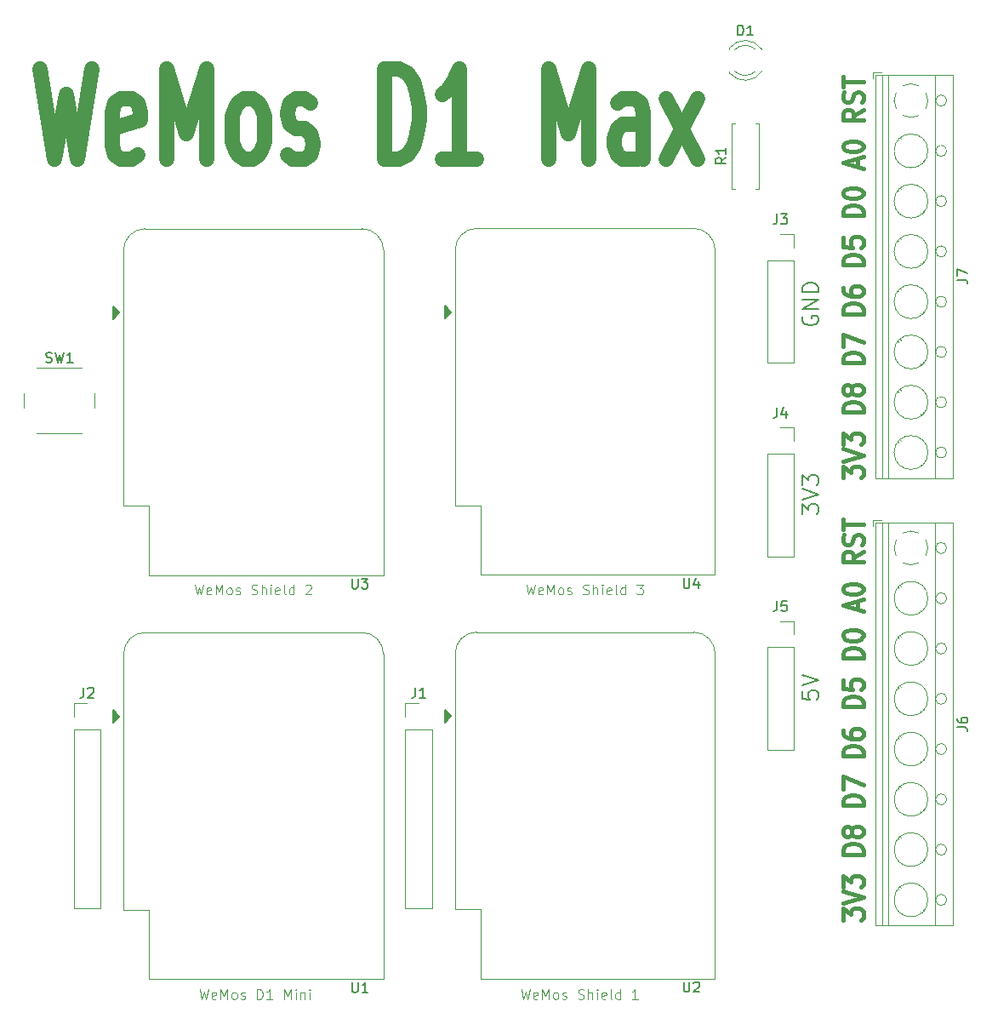
<source format=gbr>
%TF.GenerationSoftware,KiCad,Pcbnew,8.0.3*%
%TF.CreationDate,2024-06-27T17:09:37+08:00*%
%TF.ProjectId,Kicad8,4b696361-6438-42e6-9b69-6361645f7063,rev?*%
%TF.SameCoordinates,Original*%
%TF.FileFunction,Legend,Top*%
%TF.FilePolarity,Positive*%
%FSLAX46Y46*%
G04 Gerber Fmt 4.6, Leading zero omitted, Abs format (unit mm)*
G04 Created by KiCad (PCBNEW 8.0.3) date 2024-06-27 17:09:37*
%MOMM*%
%LPD*%
G01*
G04 APERTURE LIST*
%ADD10C,0.200000*%
%ADD11C,0.400000*%
%ADD12C,1.500000*%
%ADD13C,0.100000*%
%ADD14C,0.150000*%
%ADD15C,0.120000*%
G04 APERTURE END LIST*
D10*
X183193790Y-130225564D02*
X183193790Y-130987469D01*
X183193790Y-130987469D02*
X183955695Y-131063660D01*
X183955695Y-131063660D02*
X183879504Y-130987469D01*
X183879504Y-130987469D02*
X183803314Y-130835088D01*
X183803314Y-130835088D02*
X183803314Y-130454136D01*
X183803314Y-130454136D02*
X183879504Y-130301755D01*
X183879504Y-130301755D02*
X183955695Y-130225564D01*
X183955695Y-130225564D02*
X184108076Y-130149374D01*
X184108076Y-130149374D02*
X184489028Y-130149374D01*
X184489028Y-130149374D02*
X184641409Y-130225564D01*
X184641409Y-130225564D02*
X184717600Y-130301755D01*
X184717600Y-130301755D02*
X184793790Y-130454136D01*
X184793790Y-130454136D02*
X184793790Y-130835088D01*
X184793790Y-130835088D02*
X184717600Y-130987469D01*
X184717600Y-130987469D02*
X184641409Y-131063660D01*
X183193790Y-129692231D02*
X184793790Y-129158897D01*
X184793790Y-129158897D02*
X183193790Y-128625564D01*
X183193790Y-112639850D02*
X183193790Y-111649374D01*
X183193790Y-111649374D02*
X183803314Y-112182707D01*
X183803314Y-112182707D02*
X183803314Y-111954136D01*
X183803314Y-111954136D02*
X183879504Y-111801755D01*
X183879504Y-111801755D02*
X183955695Y-111725564D01*
X183955695Y-111725564D02*
X184108076Y-111649374D01*
X184108076Y-111649374D02*
X184489028Y-111649374D01*
X184489028Y-111649374D02*
X184641409Y-111725564D01*
X184641409Y-111725564D02*
X184717600Y-111801755D01*
X184717600Y-111801755D02*
X184793790Y-111954136D01*
X184793790Y-111954136D02*
X184793790Y-112411279D01*
X184793790Y-112411279D02*
X184717600Y-112563660D01*
X184717600Y-112563660D02*
X184641409Y-112639850D01*
X183193790Y-111192231D02*
X184793790Y-110658897D01*
X184793790Y-110658897D02*
X183193790Y-110125564D01*
X183193790Y-109744611D02*
X183193790Y-108754135D01*
X183193790Y-108754135D02*
X183803314Y-109287468D01*
X183803314Y-109287468D02*
X183803314Y-109058897D01*
X183803314Y-109058897D02*
X183879504Y-108906516D01*
X183879504Y-108906516D02*
X183955695Y-108830325D01*
X183955695Y-108830325D02*
X184108076Y-108754135D01*
X184108076Y-108754135D02*
X184489028Y-108754135D01*
X184489028Y-108754135D02*
X184641409Y-108830325D01*
X184641409Y-108830325D02*
X184717600Y-108906516D01*
X184717600Y-108906516D02*
X184793790Y-109058897D01*
X184793790Y-109058897D02*
X184793790Y-109516040D01*
X184793790Y-109516040D02*
X184717600Y-109668421D01*
X184717600Y-109668421D02*
X184641409Y-109744611D01*
X183269980Y-92952231D02*
X183193790Y-93104612D01*
X183193790Y-93104612D02*
X183193790Y-93333183D01*
X183193790Y-93333183D02*
X183269980Y-93561755D01*
X183269980Y-93561755D02*
X183422361Y-93714136D01*
X183422361Y-93714136D02*
X183574742Y-93790326D01*
X183574742Y-93790326D02*
X183879504Y-93866517D01*
X183879504Y-93866517D02*
X184108076Y-93866517D01*
X184108076Y-93866517D02*
X184412838Y-93790326D01*
X184412838Y-93790326D02*
X184565219Y-93714136D01*
X184565219Y-93714136D02*
X184717600Y-93561755D01*
X184717600Y-93561755D02*
X184793790Y-93333183D01*
X184793790Y-93333183D02*
X184793790Y-93180802D01*
X184793790Y-93180802D02*
X184717600Y-92952231D01*
X184717600Y-92952231D02*
X184641409Y-92876040D01*
X184641409Y-92876040D02*
X184108076Y-92876040D01*
X184108076Y-92876040D02*
X184108076Y-93180802D01*
X184793790Y-92190326D02*
X183193790Y-92190326D01*
X183193790Y-92190326D02*
X184793790Y-91276040D01*
X184793790Y-91276040D02*
X183193790Y-91276040D01*
X184793790Y-90514136D02*
X183193790Y-90514136D01*
X183193790Y-90514136D02*
X183193790Y-90133184D01*
X183193790Y-90133184D02*
X183269980Y-89904612D01*
X183269980Y-89904612D02*
X183422361Y-89752231D01*
X183422361Y-89752231D02*
X183574742Y-89676041D01*
X183574742Y-89676041D02*
X183879504Y-89599850D01*
X183879504Y-89599850D02*
X184108076Y-89599850D01*
X184108076Y-89599850D02*
X184412838Y-89676041D01*
X184412838Y-89676041D02*
X184565219Y-89752231D01*
X184565219Y-89752231D02*
X184717600Y-89904612D01*
X184717600Y-89904612D02*
X184793790Y-90133184D01*
X184793790Y-90133184D02*
X184793790Y-90514136D01*
D11*
X187234438Y-108979700D02*
X187234438Y-107865414D01*
X187234438Y-107865414D02*
X187996342Y-108465414D01*
X187996342Y-108465414D02*
X187996342Y-108208271D01*
X187996342Y-108208271D02*
X188091580Y-108036843D01*
X188091580Y-108036843D02*
X188186819Y-107951128D01*
X188186819Y-107951128D02*
X188377295Y-107865414D01*
X188377295Y-107865414D02*
X188853485Y-107865414D01*
X188853485Y-107865414D02*
X189043961Y-107951128D01*
X189043961Y-107951128D02*
X189139200Y-108036843D01*
X189139200Y-108036843D02*
X189234438Y-108208271D01*
X189234438Y-108208271D02*
X189234438Y-108722557D01*
X189234438Y-108722557D02*
X189139200Y-108893985D01*
X189139200Y-108893985D02*
X189043961Y-108979700D01*
X187234438Y-107351128D02*
X189234438Y-106751128D01*
X189234438Y-106751128D02*
X187234438Y-106151128D01*
X187234438Y-105722557D02*
X187234438Y-104608271D01*
X187234438Y-104608271D02*
X187996342Y-105208271D01*
X187996342Y-105208271D02*
X187996342Y-104951128D01*
X187996342Y-104951128D02*
X188091580Y-104779700D01*
X188091580Y-104779700D02*
X188186819Y-104693985D01*
X188186819Y-104693985D02*
X188377295Y-104608271D01*
X188377295Y-104608271D02*
X188853485Y-104608271D01*
X188853485Y-104608271D02*
X189043961Y-104693985D01*
X189043961Y-104693985D02*
X189139200Y-104779700D01*
X189139200Y-104779700D02*
X189234438Y-104951128D01*
X189234438Y-104951128D02*
X189234438Y-105465414D01*
X189234438Y-105465414D02*
X189139200Y-105636842D01*
X189139200Y-105636842D02*
X189043961Y-105722557D01*
X189234438Y-102465413D02*
X187234438Y-102465413D01*
X187234438Y-102465413D02*
X187234438Y-102036842D01*
X187234438Y-102036842D02*
X187329676Y-101779699D01*
X187329676Y-101779699D02*
X187520152Y-101608270D01*
X187520152Y-101608270D02*
X187710628Y-101522556D01*
X187710628Y-101522556D02*
X188091580Y-101436842D01*
X188091580Y-101436842D02*
X188377295Y-101436842D01*
X188377295Y-101436842D02*
X188758247Y-101522556D01*
X188758247Y-101522556D02*
X188948723Y-101608270D01*
X188948723Y-101608270D02*
X189139200Y-101779699D01*
X189139200Y-101779699D02*
X189234438Y-102036842D01*
X189234438Y-102036842D02*
X189234438Y-102465413D01*
X188091580Y-100408270D02*
X187996342Y-100579699D01*
X187996342Y-100579699D02*
X187901104Y-100665413D01*
X187901104Y-100665413D02*
X187710628Y-100751127D01*
X187710628Y-100751127D02*
X187615390Y-100751127D01*
X187615390Y-100751127D02*
X187424914Y-100665413D01*
X187424914Y-100665413D02*
X187329676Y-100579699D01*
X187329676Y-100579699D02*
X187234438Y-100408270D01*
X187234438Y-100408270D02*
X187234438Y-100065413D01*
X187234438Y-100065413D02*
X187329676Y-99893985D01*
X187329676Y-99893985D02*
X187424914Y-99808270D01*
X187424914Y-99808270D02*
X187615390Y-99722556D01*
X187615390Y-99722556D02*
X187710628Y-99722556D01*
X187710628Y-99722556D02*
X187901104Y-99808270D01*
X187901104Y-99808270D02*
X187996342Y-99893985D01*
X187996342Y-99893985D02*
X188091580Y-100065413D01*
X188091580Y-100065413D02*
X188091580Y-100408270D01*
X188091580Y-100408270D02*
X188186819Y-100579699D01*
X188186819Y-100579699D02*
X188282057Y-100665413D01*
X188282057Y-100665413D02*
X188472533Y-100751127D01*
X188472533Y-100751127D02*
X188853485Y-100751127D01*
X188853485Y-100751127D02*
X189043961Y-100665413D01*
X189043961Y-100665413D02*
X189139200Y-100579699D01*
X189139200Y-100579699D02*
X189234438Y-100408270D01*
X189234438Y-100408270D02*
X189234438Y-100065413D01*
X189234438Y-100065413D02*
X189139200Y-99893985D01*
X189139200Y-99893985D02*
X189043961Y-99808270D01*
X189043961Y-99808270D02*
X188853485Y-99722556D01*
X188853485Y-99722556D02*
X188472533Y-99722556D01*
X188472533Y-99722556D02*
X188282057Y-99808270D01*
X188282057Y-99808270D02*
X188186819Y-99893985D01*
X188186819Y-99893985D02*
X188091580Y-100065413D01*
X189234438Y-97579698D02*
X187234438Y-97579698D01*
X187234438Y-97579698D02*
X187234438Y-97151127D01*
X187234438Y-97151127D02*
X187329676Y-96893984D01*
X187329676Y-96893984D02*
X187520152Y-96722555D01*
X187520152Y-96722555D02*
X187710628Y-96636841D01*
X187710628Y-96636841D02*
X188091580Y-96551127D01*
X188091580Y-96551127D02*
X188377295Y-96551127D01*
X188377295Y-96551127D02*
X188758247Y-96636841D01*
X188758247Y-96636841D02*
X188948723Y-96722555D01*
X188948723Y-96722555D02*
X189139200Y-96893984D01*
X189139200Y-96893984D02*
X189234438Y-97151127D01*
X189234438Y-97151127D02*
X189234438Y-97579698D01*
X187234438Y-95951127D02*
X187234438Y-94751127D01*
X187234438Y-94751127D02*
X189234438Y-95522555D01*
X189234438Y-92693983D02*
X187234438Y-92693983D01*
X187234438Y-92693983D02*
X187234438Y-92265412D01*
X187234438Y-92265412D02*
X187329676Y-92008269D01*
X187329676Y-92008269D02*
X187520152Y-91836840D01*
X187520152Y-91836840D02*
X187710628Y-91751126D01*
X187710628Y-91751126D02*
X188091580Y-91665412D01*
X188091580Y-91665412D02*
X188377295Y-91665412D01*
X188377295Y-91665412D02*
X188758247Y-91751126D01*
X188758247Y-91751126D02*
X188948723Y-91836840D01*
X188948723Y-91836840D02*
X189139200Y-92008269D01*
X189139200Y-92008269D02*
X189234438Y-92265412D01*
X189234438Y-92265412D02*
X189234438Y-92693983D01*
X187234438Y-90122555D02*
X187234438Y-90465412D01*
X187234438Y-90465412D02*
X187329676Y-90636840D01*
X187329676Y-90636840D02*
X187424914Y-90722555D01*
X187424914Y-90722555D02*
X187710628Y-90893983D01*
X187710628Y-90893983D02*
X188091580Y-90979697D01*
X188091580Y-90979697D02*
X188853485Y-90979697D01*
X188853485Y-90979697D02*
X189043961Y-90893983D01*
X189043961Y-90893983D02*
X189139200Y-90808269D01*
X189139200Y-90808269D02*
X189234438Y-90636840D01*
X189234438Y-90636840D02*
X189234438Y-90293983D01*
X189234438Y-90293983D02*
X189139200Y-90122555D01*
X189139200Y-90122555D02*
X189043961Y-90036840D01*
X189043961Y-90036840D02*
X188853485Y-89951126D01*
X188853485Y-89951126D02*
X188377295Y-89951126D01*
X188377295Y-89951126D02*
X188186819Y-90036840D01*
X188186819Y-90036840D02*
X188091580Y-90122555D01*
X188091580Y-90122555D02*
X187996342Y-90293983D01*
X187996342Y-90293983D02*
X187996342Y-90636840D01*
X187996342Y-90636840D02*
X188091580Y-90808269D01*
X188091580Y-90808269D02*
X188186819Y-90893983D01*
X188186819Y-90893983D02*
X188377295Y-90979697D01*
X189234438Y-87808268D02*
X187234438Y-87808268D01*
X187234438Y-87808268D02*
X187234438Y-87379697D01*
X187234438Y-87379697D02*
X187329676Y-87122554D01*
X187329676Y-87122554D02*
X187520152Y-86951125D01*
X187520152Y-86951125D02*
X187710628Y-86865411D01*
X187710628Y-86865411D02*
X188091580Y-86779697D01*
X188091580Y-86779697D02*
X188377295Y-86779697D01*
X188377295Y-86779697D02*
X188758247Y-86865411D01*
X188758247Y-86865411D02*
X188948723Y-86951125D01*
X188948723Y-86951125D02*
X189139200Y-87122554D01*
X189139200Y-87122554D02*
X189234438Y-87379697D01*
X189234438Y-87379697D02*
X189234438Y-87808268D01*
X187234438Y-85151125D02*
X187234438Y-86008268D01*
X187234438Y-86008268D02*
X188186819Y-86093982D01*
X188186819Y-86093982D02*
X188091580Y-86008268D01*
X188091580Y-86008268D02*
X187996342Y-85836840D01*
X187996342Y-85836840D02*
X187996342Y-85408268D01*
X187996342Y-85408268D02*
X188091580Y-85236840D01*
X188091580Y-85236840D02*
X188186819Y-85151125D01*
X188186819Y-85151125D02*
X188377295Y-85065411D01*
X188377295Y-85065411D02*
X188853485Y-85065411D01*
X188853485Y-85065411D02*
X189043961Y-85151125D01*
X189043961Y-85151125D02*
X189139200Y-85236840D01*
X189139200Y-85236840D02*
X189234438Y-85408268D01*
X189234438Y-85408268D02*
X189234438Y-85836840D01*
X189234438Y-85836840D02*
X189139200Y-86008268D01*
X189139200Y-86008268D02*
X189043961Y-86093982D01*
X189234438Y-82922553D02*
X187234438Y-82922553D01*
X187234438Y-82922553D02*
X187234438Y-82493982D01*
X187234438Y-82493982D02*
X187329676Y-82236839D01*
X187329676Y-82236839D02*
X187520152Y-82065410D01*
X187520152Y-82065410D02*
X187710628Y-81979696D01*
X187710628Y-81979696D02*
X188091580Y-81893982D01*
X188091580Y-81893982D02*
X188377295Y-81893982D01*
X188377295Y-81893982D02*
X188758247Y-81979696D01*
X188758247Y-81979696D02*
X188948723Y-82065410D01*
X188948723Y-82065410D02*
X189139200Y-82236839D01*
X189139200Y-82236839D02*
X189234438Y-82493982D01*
X189234438Y-82493982D02*
X189234438Y-82922553D01*
X187234438Y-80779696D02*
X187234438Y-80608267D01*
X187234438Y-80608267D02*
X187329676Y-80436839D01*
X187329676Y-80436839D02*
X187424914Y-80351125D01*
X187424914Y-80351125D02*
X187615390Y-80265410D01*
X187615390Y-80265410D02*
X187996342Y-80179696D01*
X187996342Y-80179696D02*
X188472533Y-80179696D01*
X188472533Y-80179696D02*
X188853485Y-80265410D01*
X188853485Y-80265410D02*
X189043961Y-80351125D01*
X189043961Y-80351125D02*
X189139200Y-80436839D01*
X189139200Y-80436839D02*
X189234438Y-80608267D01*
X189234438Y-80608267D02*
X189234438Y-80779696D01*
X189234438Y-80779696D02*
X189139200Y-80951125D01*
X189139200Y-80951125D02*
X189043961Y-81036839D01*
X189043961Y-81036839D02*
X188853485Y-81122553D01*
X188853485Y-81122553D02*
X188472533Y-81208267D01*
X188472533Y-81208267D02*
X187996342Y-81208267D01*
X187996342Y-81208267D02*
X187615390Y-81122553D01*
X187615390Y-81122553D02*
X187424914Y-81036839D01*
X187424914Y-81036839D02*
X187329676Y-80951125D01*
X187329676Y-80951125D02*
X187234438Y-80779696D01*
X188663009Y-78122552D02*
X188663009Y-77265410D01*
X189234438Y-78293981D02*
X187234438Y-77693981D01*
X187234438Y-77693981D02*
X189234438Y-77093981D01*
X187234438Y-76151124D02*
X187234438Y-75979695D01*
X187234438Y-75979695D02*
X187329676Y-75808267D01*
X187329676Y-75808267D02*
X187424914Y-75722553D01*
X187424914Y-75722553D02*
X187615390Y-75636838D01*
X187615390Y-75636838D02*
X187996342Y-75551124D01*
X187996342Y-75551124D02*
X188472533Y-75551124D01*
X188472533Y-75551124D02*
X188853485Y-75636838D01*
X188853485Y-75636838D02*
X189043961Y-75722553D01*
X189043961Y-75722553D02*
X189139200Y-75808267D01*
X189139200Y-75808267D02*
X189234438Y-75979695D01*
X189234438Y-75979695D02*
X189234438Y-76151124D01*
X189234438Y-76151124D02*
X189139200Y-76322553D01*
X189139200Y-76322553D02*
X189043961Y-76408267D01*
X189043961Y-76408267D02*
X188853485Y-76493981D01*
X188853485Y-76493981D02*
X188472533Y-76579695D01*
X188472533Y-76579695D02*
X187996342Y-76579695D01*
X187996342Y-76579695D02*
X187615390Y-76493981D01*
X187615390Y-76493981D02*
X187424914Y-76408267D01*
X187424914Y-76408267D02*
X187329676Y-76322553D01*
X187329676Y-76322553D02*
X187234438Y-76151124D01*
X189234438Y-72379695D02*
X188282057Y-72979695D01*
X189234438Y-73408266D02*
X187234438Y-73408266D01*
X187234438Y-73408266D02*
X187234438Y-72722552D01*
X187234438Y-72722552D02*
X187329676Y-72551123D01*
X187329676Y-72551123D02*
X187424914Y-72465409D01*
X187424914Y-72465409D02*
X187615390Y-72379695D01*
X187615390Y-72379695D02*
X187901104Y-72379695D01*
X187901104Y-72379695D02*
X188091580Y-72465409D01*
X188091580Y-72465409D02*
X188186819Y-72551123D01*
X188186819Y-72551123D02*
X188282057Y-72722552D01*
X188282057Y-72722552D02*
X188282057Y-73408266D01*
X189139200Y-71693980D02*
X189234438Y-71436838D01*
X189234438Y-71436838D02*
X189234438Y-71008266D01*
X189234438Y-71008266D02*
X189139200Y-70836838D01*
X189139200Y-70836838D02*
X189043961Y-70751123D01*
X189043961Y-70751123D02*
X188853485Y-70665409D01*
X188853485Y-70665409D02*
X188663009Y-70665409D01*
X188663009Y-70665409D02*
X188472533Y-70751123D01*
X188472533Y-70751123D02*
X188377295Y-70836838D01*
X188377295Y-70836838D02*
X188282057Y-71008266D01*
X188282057Y-71008266D02*
X188186819Y-71351123D01*
X188186819Y-71351123D02*
X188091580Y-71522552D01*
X188091580Y-71522552D02*
X187996342Y-71608266D01*
X187996342Y-71608266D02*
X187805866Y-71693980D01*
X187805866Y-71693980D02*
X187615390Y-71693980D01*
X187615390Y-71693980D02*
X187424914Y-71608266D01*
X187424914Y-71608266D02*
X187329676Y-71522552D01*
X187329676Y-71522552D02*
X187234438Y-71351123D01*
X187234438Y-71351123D02*
X187234438Y-70922552D01*
X187234438Y-70922552D02*
X187329676Y-70665409D01*
X187234438Y-70151123D02*
X187234438Y-69122552D01*
X189234438Y-69636837D02*
X187234438Y-69636837D01*
X187234438Y-152979700D02*
X187234438Y-151865414D01*
X187234438Y-151865414D02*
X187996342Y-152465414D01*
X187996342Y-152465414D02*
X187996342Y-152208271D01*
X187996342Y-152208271D02*
X188091580Y-152036843D01*
X188091580Y-152036843D02*
X188186819Y-151951128D01*
X188186819Y-151951128D02*
X188377295Y-151865414D01*
X188377295Y-151865414D02*
X188853485Y-151865414D01*
X188853485Y-151865414D02*
X189043961Y-151951128D01*
X189043961Y-151951128D02*
X189139200Y-152036843D01*
X189139200Y-152036843D02*
X189234438Y-152208271D01*
X189234438Y-152208271D02*
X189234438Y-152722557D01*
X189234438Y-152722557D02*
X189139200Y-152893985D01*
X189139200Y-152893985D02*
X189043961Y-152979700D01*
X187234438Y-151351128D02*
X189234438Y-150751128D01*
X189234438Y-150751128D02*
X187234438Y-150151128D01*
X187234438Y-149722557D02*
X187234438Y-148608271D01*
X187234438Y-148608271D02*
X187996342Y-149208271D01*
X187996342Y-149208271D02*
X187996342Y-148951128D01*
X187996342Y-148951128D02*
X188091580Y-148779700D01*
X188091580Y-148779700D02*
X188186819Y-148693985D01*
X188186819Y-148693985D02*
X188377295Y-148608271D01*
X188377295Y-148608271D02*
X188853485Y-148608271D01*
X188853485Y-148608271D02*
X189043961Y-148693985D01*
X189043961Y-148693985D02*
X189139200Y-148779700D01*
X189139200Y-148779700D02*
X189234438Y-148951128D01*
X189234438Y-148951128D02*
X189234438Y-149465414D01*
X189234438Y-149465414D02*
X189139200Y-149636842D01*
X189139200Y-149636842D02*
X189043961Y-149722557D01*
X189234438Y-146465413D02*
X187234438Y-146465413D01*
X187234438Y-146465413D02*
X187234438Y-146036842D01*
X187234438Y-146036842D02*
X187329676Y-145779699D01*
X187329676Y-145779699D02*
X187520152Y-145608270D01*
X187520152Y-145608270D02*
X187710628Y-145522556D01*
X187710628Y-145522556D02*
X188091580Y-145436842D01*
X188091580Y-145436842D02*
X188377295Y-145436842D01*
X188377295Y-145436842D02*
X188758247Y-145522556D01*
X188758247Y-145522556D02*
X188948723Y-145608270D01*
X188948723Y-145608270D02*
X189139200Y-145779699D01*
X189139200Y-145779699D02*
X189234438Y-146036842D01*
X189234438Y-146036842D02*
X189234438Y-146465413D01*
X188091580Y-144408270D02*
X187996342Y-144579699D01*
X187996342Y-144579699D02*
X187901104Y-144665413D01*
X187901104Y-144665413D02*
X187710628Y-144751127D01*
X187710628Y-144751127D02*
X187615390Y-144751127D01*
X187615390Y-144751127D02*
X187424914Y-144665413D01*
X187424914Y-144665413D02*
X187329676Y-144579699D01*
X187329676Y-144579699D02*
X187234438Y-144408270D01*
X187234438Y-144408270D02*
X187234438Y-144065413D01*
X187234438Y-144065413D02*
X187329676Y-143893985D01*
X187329676Y-143893985D02*
X187424914Y-143808270D01*
X187424914Y-143808270D02*
X187615390Y-143722556D01*
X187615390Y-143722556D02*
X187710628Y-143722556D01*
X187710628Y-143722556D02*
X187901104Y-143808270D01*
X187901104Y-143808270D02*
X187996342Y-143893985D01*
X187996342Y-143893985D02*
X188091580Y-144065413D01*
X188091580Y-144065413D02*
X188091580Y-144408270D01*
X188091580Y-144408270D02*
X188186819Y-144579699D01*
X188186819Y-144579699D02*
X188282057Y-144665413D01*
X188282057Y-144665413D02*
X188472533Y-144751127D01*
X188472533Y-144751127D02*
X188853485Y-144751127D01*
X188853485Y-144751127D02*
X189043961Y-144665413D01*
X189043961Y-144665413D02*
X189139200Y-144579699D01*
X189139200Y-144579699D02*
X189234438Y-144408270D01*
X189234438Y-144408270D02*
X189234438Y-144065413D01*
X189234438Y-144065413D02*
X189139200Y-143893985D01*
X189139200Y-143893985D02*
X189043961Y-143808270D01*
X189043961Y-143808270D02*
X188853485Y-143722556D01*
X188853485Y-143722556D02*
X188472533Y-143722556D01*
X188472533Y-143722556D02*
X188282057Y-143808270D01*
X188282057Y-143808270D02*
X188186819Y-143893985D01*
X188186819Y-143893985D02*
X188091580Y-144065413D01*
X189234438Y-141579698D02*
X187234438Y-141579698D01*
X187234438Y-141579698D02*
X187234438Y-141151127D01*
X187234438Y-141151127D02*
X187329676Y-140893984D01*
X187329676Y-140893984D02*
X187520152Y-140722555D01*
X187520152Y-140722555D02*
X187710628Y-140636841D01*
X187710628Y-140636841D02*
X188091580Y-140551127D01*
X188091580Y-140551127D02*
X188377295Y-140551127D01*
X188377295Y-140551127D02*
X188758247Y-140636841D01*
X188758247Y-140636841D02*
X188948723Y-140722555D01*
X188948723Y-140722555D02*
X189139200Y-140893984D01*
X189139200Y-140893984D02*
X189234438Y-141151127D01*
X189234438Y-141151127D02*
X189234438Y-141579698D01*
X187234438Y-139951127D02*
X187234438Y-138751127D01*
X187234438Y-138751127D02*
X189234438Y-139522555D01*
X189234438Y-136693983D02*
X187234438Y-136693983D01*
X187234438Y-136693983D02*
X187234438Y-136265412D01*
X187234438Y-136265412D02*
X187329676Y-136008269D01*
X187329676Y-136008269D02*
X187520152Y-135836840D01*
X187520152Y-135836840D02*
X187710628Y-135751126D01*
X187710628Y-135751126D02*
X188091580Y-135665412D01*
X188091580Y-135665412D02*
X188377295Y-135665412D01*
X188377295Y-135665412D02*
X188758247Y-135751126D01*
X188758247Y-135751126D02*
X188948723Y-135836840D01*
X188948723Y-135836840D02*
X189139200Y-136008269D01*
X189139200Y-136008269D02*
X189234438Y-136265412D01*
X189234438Y-136265412D02*
X189234438Y-136693983D01*
X187234438Y-134122555D02*
X187234438Y-134465412D01*
X187234438Y-134465412D02*
X187329676Y-134636840D01*
X187329676Y-134636840D02*
X187424914Y-134722555D01*
X187424914Y-134722555D02*
X187710628Y-134893983D01*
X187710628Y-134893983D02*
X188091580Y-134979697D01*
X188091580Y-134979697D02*
X188853485Y-134979697D01*
X188853485Y-134979697D02*
X189043961Y-134893983D01*
X189043961Y-134893983D02*
X189139200Y-134808269D01*
X189139200Y-134808269D02*
X189234438Y-134636840D01*
X189234438Y-134636840D02*
X189234438Y-134293983D01*
X189234438Y-134293983D02*
X189139200Y-134122555D01*
X189139200Y-134122555D02*
X189043961Y-134036840D01*
X189043961Y-134036840D02*
X188853485Y-133951126D01*
X188853485Y-133951126D02*
X188377295Y-133951126D01*
X188377295Y-133951126D02*
X188186819Y-134036840D01*
X188186819Y-134036840D02*
X188091580Y-134122555D01*
X188091580Y-134122555D02*
X187996342Y-134293983D01*
X187996342Y-134293983D02*
X187996342Y-134636840D01*
X187996342Y-134636840D02*
X188091580Y-134808269D01*
X188091580Y-134808269D02*
X188186819Y-134893983D01*
X188186819Y-134893983D02*
X188377295Y-134979697D01*
X189234438Y-131808268D02*
X187234438Y-131808268D01*
X187234438Y-131808268D02*
X187234438Y-131379697D01*
X187234438Y-131379697D02*
X187329676Y-131122554D01*
X187329676Y-131122554D02*
X187520152Y-130951125D01*
X187520152Y-130951125D02*
X187710628Y-130865411D01*
X187710628Y-130865411D02*
X188091580Y-130779697D01*
X188091580Y-130779697D02*
X188377295Y-130779697D01*
X188377295Y-130779697D02*
X188758247Y-130865411D01*
X188758247Y-130865411D02*
X188948723Y-130951125D01*
X188948723Y-130951125D02*
X189139200Y-131122554D01*
X189139200Y-131122554D02*
X189234438Y-131379697D01*
X189234438Y-131379697D02*
X189234438Y-131808268D01*
X187234438Y-129151125D02*
X187234438Y-130008268D01*
X187234438Y-130008268D02*
X188186819Y-130093982D01*
X188186819Y-130093982D02*
X188091580Y-130008268D01*
X188091580Y-130008268D02*
X187996342Y-129836840D01*
X187996342Y-129836840D02*
X187996342Y-129408268D01*
X187996342Y-129408268D02*
X188091580Y-129236840D01*
X188091580Y-129236840D02*
X188186819Y-129151125D01*
X188186819Y-129151125D02*
X188377295Y-129065411D01*
X188377295Y-129065411D02*
X188853485Y-129065411D01*
X188853485Y-129065411D02*
X189043961Y-129151125D01*
X189043961Y-129151125D02*
X189139200Y-129236840D01*
X189139200Y-129236840D02*
X189234438Y-129408268D01*
X189234438Y-129408268D02*
X189234438Y-129836840D01*
X189234438Y-129836840D02*
X189139200Y-130008268D01*
X189139200Y-130008268D02*
X189043961Y-130093982D01*
X189234438Y-126922553D02*
X187234438Y-126922553D01*
X187234438Y-126922553D02*
X187234438Y-126493982D01*
X187234438Y-126493982D02*
X187329676Y-126236839D01*
X187329676Y-126236839D02*
X187520152Y-126065410D01*
X187520152Y-126065410D02*
X187710628Y-125979696D01*
X187710628Y-125979696D02*
X188091580Y-125893982D01*
X188091580Y-125893982D02*
X188377295Y-125893982D01*
X188377295Y-125893982D02*
X188758247Y-125979696D01*
X188758247Y-125979696D02*
X188948723Y-126065410D01*
X188948723Y-126065410D02*
X189139200Y-126236839D01*
X189139200Y-126236839D02*
X189234438Y-126493982D01*
X189234438Y-126493982D02*
X189234438Y-126922553D01*
X187234438Y-124779696D02*
X187234438Y-124608267D01*
X187234438Y-124608267D02*
X187329676Y-124436839D01*
X187329676Y-124436839D02*
X187424914Y-124351125D01*
X187424914Y-124351125D02*
X187615390Y-124265410D01*
X187615390Y-124265410D02*
X187996342Y-124179696D01*
X187996342Y-124179696D02*
X188472533Y-124179696D01*
X188472533Y-124179696D02*
X188853485Y-124265410D01*
X188853485Y-124265410D02*
X189043961Y-124351125D01*
X189043961Y-124351125D02*
X189139200Y-124436839D01*
X189139200Y-124436839D02*
X189234438Y-124608267D01*
X189234438Y-124608267D02*
X189234438Y-124779696D01*
X189234438Y-124779696D02*
X189139200Y-124951125D01*
X189139200Y-124951125D02*
X189043961Y-125036839D01*
X189043961Y-125036839D02*
X188853485Y-125122553D01*
X188853485Y-125122553D02*
X188472533Y-125208267D01*
X188472533Y-125208267D02*
X187996342Y-125208267D01*
X187996342Y-125208267D02*
X187615390Y-125122553D01*
X187615390Y-125122553D02*
X187424914Y-125036839D01*
X187424914Y-125036839D02*
X187329676Y-124951125D01*
X187329676Y-124951125D02*
X187234438Y-124779696D01*
X188663009Y-122122552D02*
X188663009Y-121265410D01*
X189234438Y-122293981D02*
X187234438Y-121693981D01*
X187234438Y-121693981D02*
X189234438Y-121093981D01*
X187234438Y-120151124D02*
X187234438Y-119979695D01*
X187234438Y-119979695D02*
X187329676Y-119808267D01*
X187329676Y-119808267D02*
X187424914Y-119722553D01*
X187424914Y-119722553D02*
X187615390Y-119636838D01*
X187615390Y-119636838D02*
X187996342Y-119551124D01*
X187996342Y-119551124D02*
X188472533Y-119551124D01*
X188472533Y-119551124D02*
X188853485Y-119636838D01*
X188853485Y-119636838D02*
X189043961Y-119722553D01*
X189043961Y-119722553D02*
X189139200Y-119808267D01*
X189139200Y-119808267D02*
X189234438Y-119979695D01*
X189234438Y-119979695D02*
X189234438Y-120151124D01*
X189234438Y-120151124D02*
X189139200Y-120322553D01*
X189139200Y-120322553D02*
X189043961Y-120408267D01*
X189043961Y-120408267D02*
X188853485Y-120493981D01*
X188853485Y-120493981D02*
X188472533Y-120579695D01*
X188472533Y-120579695D02*
X187996342Y-120579695D01*
X187996342Y-120579695D02*
X187615390Y-120493981D01*
X187615390Y-120493981D02*
X187424914Y-120408267D01*
X187424914Y-120408267D02*
X187329676Y-120322553D01*
X187329676Y-120322553D02*
X187234438Y-120151124D01*
X189234438Y-116379695D02*
X188282057Y-116979695D01*
X189234438Y-117408266D02*
X187234438Y-117408266D01*
X187234438Y-117408266D02*
X187234438Y-116722552D01*
X187234438Y-116722552D02*
X187329676Y-116551123D01*
X187329676Y-116551123D02*
X187424914Y-116465409D01*
X187424914Y-116465409D02*
X187615390Y-116379695D01*
X187615390Y-116379695D02*
X187901104Y-116379695D01*
X187901104Y-116379695D02*
X188091580Y-116465409D01*
X188091580Y-116465409D02*
X188186819Y-116551123D01*
X188186819Y-116551123D02*
X188282057Y-116722552D01*
X188282057Y-116722552D02*
X188282057Y-117408266D01*
X189139200Y-115693980D02*
X189234438Y-115436838D01*
X189234438Y-115436838D02*
X189234438Y-115008266D01*
X189234438Y-115008266D02*
X189139200Y-114836838D01*
X189139200Y-114836838D02*
X189043961Y-114751123D01*
X189043961Y-114751123D02*
X188853485Y-114665409D01*
X188853485Y-114665409D02*
X188663009Y-114665409D01*
X188663009Y-114665409D02*
X188472533Y-114751123D01*
X188472533Y-114751123D02*
X188377295Y-114836838D01*
X188377295Y-114836838D02*
X188282057Y-115008266D01*
X188282057Y-115008266D02*
X188186819Y-115351123D01*
X188186819Y-115351123D02*
X188091580Y-115522552D01*
X188091580Y-115522552D02*
X187996342Y-115608266D01*
X187996342Y-115608266D02*
X187805866Y-115693980D01*
X187805866Y-115693980D02*
X187615390Y-115693980D01*
X187615390Y-115693980D02*
X187424914Y-115608266D01*
X187424914Y-115608266D02*
X187329676Y-115522552D01*
X187329676Y-115522552D02*
X187234438Y-115351123D01*
X187234438Y-115351123D02*
X187234438Y-114922552D01*
X187234438Y-114922552D02*
X187329676Y-114665409D01*
X187234438Y-114151123D02*
X187234438Y-113122552D01*
X189234438Y-113636837D02*
X187234438Y-113636837D01*
D12*
X107343984Y-68320571D02*
X108772556Y-77320571D01*
X108772556Y-77320571D02*
X109915413Y-70892000D01*
X109915413Y-70892000D02*
X111058270Y-77320571D01*
X111058270Y-77320571D02*
X112486842Y-68320571D01*
X117058270Y-76892000D02*
X116486842Y-77320571D01*
X116486842Y-77320571D02*
X115343985Y-77320571D01*
X115343985Y-77320571D02*
X114772556Y-76892000D01*
X114772556Y-76892000D02*
X114486842Y-76034857D01*
X114486842Y-76034857D02*
X114486842Y-72606285D01*
X114486842Y-72606285D02*
X114772556Y-71749142D01*
X114772556Y-71749142D02*
X115343985Y-71320571D01*
X115343985Y-71320571D02*
X116486842Y-71320571D01*
X116486842Y-71320571D02*
X117058270Y-71749142D01*
X117058270Y-71749142D02*
X117343985Y-72606285D01*
X117343985Y-72606285D02*
X117343985Y-73463428D01*
X117343985Y-73463428D02*
X114486842Y-74320571D01*
X119915413Y-77320571D02*
X119915413Y-68320571D01*
X119915413Y-68320571D02*
X121915413Y-74749142D01*
X121915413Y-74749142D02*
X123915413Y-68320571D01*
X123915413Y-68320571D02*
X123915413Y-77320571D01*
X127629699Y-77320571D02*
X127058270Y-76892000D01*
X127058270Y-76892000D02*
X126772556Y-76463428D01*
X126772556Y-76463428D02*
X126486842Y-75606285D01*
X126486842Y-75606285D02*
X126486842Y-73034857D01*
X126486842Y-73034857D02*
X126772556Y-72177714D01*
X126772556Y-72177714D02*
X127058270Y-71749142D01*
X127058270Y-71749142D02*
X127629699Y-71320571D01*
X127629699Y-71320571D02*
X128486842Y-71320571D01*
X128486842Y-71320571D02*
X129058270Y-71749142D01*
X129058270Y-71749142D02*
X129343985Y-72177714D01*
X129343985Y-72177714D02*
X129629699Y-73034857D01*
X129629699Y-73034857D02*
X129629699Y-75606285D01*
X129629699Y-75606285D02*
X129343985Y-76463428D01*
X129343985Y-76463428D02*
X129058270Y-76892000D01*
X129058270Y-76892000D02*
X128486842Y-77320571D01*
X128486842Y-77320571D02*
X127629699Y-77320571D01*
X131915413Y-76892000D02*
X132486841Y-77320571D01*
X132486841Y-77320571D02*
X133629698Y-77320571D01*
X133629698Y-77320571D02*
X134201127Y-76892000D01*
X134201127Y-76892000D02*
X134486841Y-76034857D01*
X134486841Y-76034857D02*
X134486841Y-75606285D01*
X134486841Y-75606285D02*
X134201127Y-74749142D01*
X134201127Y-74749142D02*
X133629698Y-74320571D01*
X133629698Y-74320571D02*
X132772556Y-74320571D01*
X132772556Y-74320571D02*
X132201127Y-73892000D01*
X132201127Y-73892000D02*
X131915413Y-73034857D01*
X131915413Y-73034857D02*
X131915413Y-72606285D01*
X131915413Y-72606285D02*
X132201127Y-71749142D01*
X132201127Y-71749142D02*
X132772556Y-71320571D01*
X132772556Y-71320571D02*
X133629698Y-71320571D01*
X133629698Y-71320571D02*
X134201127Y-71749142D01*
X141629699Y-77320571D02*
X141629699Y-68320571D01*
X141629699Y-68320571D02*
X143058270Y-68320571D01*
X143058270Y-68320571D02*
X143915413Y-68749142D01*
X143915413Y-68749142D02*
X144486842Y-69606285D01*
X144486842Y-69606285D02*
X144772556Y-70463428D01*
X144772556Y-70463428D02*
X145058270Y-72177714D01*
X145058270Y-72177714D02*
X145058270Y-73463428D01*
X145058270Y-73463428D02*
X144772556Y-75177714D01*
X144772556Y-75177714D02*
X144486842Y-76034857D01*
X144486842Y-76034857D02*
X143915413Y-76892000D01*
X143915413Y-76892000D02*
X143058270Y-77320571D01*
X143058270Y-77320571D02*
X141629699Y-77320571D01*
X150772556Y-77320571D02*
X147343985Y-77320571D01*
X149058270Y-77320571D02*
X149058270Y-68320571D01*
X149058270Y-68320571D02*
X148486842Y-69606285D01*
X148486842Y-69606285D02*
X147915413Y-70463428D01*
X147915413Y-70463428D02*
X147343985Y-70892000D01*
X157915414Y-77320571D02*
X157915414Y-68320571D01*
X157915414Y-68320571D02*
X159915414Y-74749142D01*
X159915414Y-74749142D02*
X161915414Y-68320571D01*
X161915414Y-68320571D02*
X161915414Y-77320571D01*
X167343986Y-77320571D02*
X167343986Y-72606285D01*
X167343986Y-72606285D02*
X167058271Y-71749142D01*
X167058271Y-71749142D02*
X166486843Y-71320571D01*
X166486843Y-71320571D02*
X165343986Y-71320571D01*
X165343986Y-71320571D02*
X164772557Y-71749142D01*
X167343986Y-76892000D02*
X166772557Y-77320571D01*
X166772557Y-77320571D02*
X165343986Y-77320571D01*
X165343986Y-77320571D02*
X164772557Y-76892000D01*
X164772557Y-76892000D02*
X164486843Y-76034857D01*
X164486843Y-76034857D02*
X164486843Y-75177714D01*
X164486843Y-75177714D02*
X164772557Y-74320571D01*
X164772557Y-74320571D02*
X165343986Y-73892000D01*
X165343986Y-73892000D02*
X166772557Y-73892000D01*
X166772557Y-73892000D02*
X167343986Y-73463428D01*
X169629699Y-77320571D02*
X172772557Y-71320571D01*
X169629699Y-71320571D02*
X172772557Y-77320571D01*
D13*
X155708646Y-119622419D02*
X155946741Y-120622419D01*
X155946741Y-120622419D02*
X156137217Y-119908133D01*
X156137217Y-119908133D02*
X156327693Y-120622419D01*
X156327693Y-120622419D02*
X156565789Y-119622419D01*
X157327693Y-120574800D02*
X157232455Y-120622419D01*
X157232455Y-120622419D02*
X157041979Y-120622419D01*
X157041979Y-120622419D02*
X156946741Y-120574800D01*
X156946741Y-120574800D02*
X156899122Y-120479561D01*
X156899122Y-120479561D02*
X156899122Y-120098609D01*
X156899122Y-120098609D02*
X156946741Y-120003371D01*
X156946741Y-120003371D02*
X157041979Y-119955752D01*
X157041979Y-119955752D02*
X157232455Y-119955752D01*
X157232455Y-119955752D02*
X157327693Y-120003371D01*
X157327693Y-120003371D02*
X157375312Y-120098609D01*
X157375312Y-120098609D02*
X157375312Y-120193847D01*
X157375312Y-120193847D02*
X156899122Y-120289085D01*
X157803884Y-120622419D02*
X157803884Y-119622419D01*
X157803884Y-119622419D02*
X158137217Y-120336704D01*
X158137217Y-120336704D02*
X158470550Y-119622419D01*
X158470550Y-119622419D02*
X158470550Y-120622419D01*
X159089598Y-120622419D02*
X158994360Y-120574800D01*
X158994360Y-120574800D02*
X158946741Y-120527180D01*
X158946741Y-120527180D02*
X158899122Y-120431942D01*
X158899122Y-120431942D02*
X158899122Y-120146228D01*
X158899122Y-120146228D02*
X158946741Y-120050990D01*
X158946741Y-120050990D02*
X158994360Y-120003371D01*
X158994360Y-120003371D02*
X159089598Y-119955752D01*
X159089598Y-119955752D02*
X159232455Y-119955752D01*
X159232455Y-119955752D02*
X159327693Y-120003371D01*
X159327693Y-120003371D02*
X159375312Y-120050990D01*
X159375312Y-120050990D02*
X159422931Y-120146228D01*
X159422931Y-120146228D02*
X159422931Y-120431942D01*
X159422931Y-120431942D02*
X159375312Y-120527180D01*
X159375312Y-120527180D02*
X159327693Y-120574800D01*
X159327693Y-120574800D02*
X159232455Y-120622419D01*
X159232455Y-120622419D02*
X159089598Y-120622419D01*
X159803884Y-120574800D02*
X159899122Y-120622419D01*
X159899122Y-120622419D02*
X160089598Y-120622419D01*
X160089598Y-120622419D02*
X160184836Y-120574800D01*
X160184836Y-120574800D02*
X160232455Y-120479561D01*
X160232455Y-120479561D02*
X160232455Y-120431942D01*
X160232455Y-120431942D02*
X160184836Y-120336704D01*
X160184836Y-120336704D02*
X160089598Y-120289085D01*
X160089598Y-120289085D02*
X159946741Y-120289085D01*
X159946741Y-120289085D02*
X159851503Y-120241466D01*
X159851503Y-120241466D02*
X159803884Y-120146228D01*
X159803884Y-120146228D02*
X159803884Y-120098609D01*
X159803884Y-120098609D02*
X159851503Y-120003371D01*
X159851503Y-120003371D02*
X159946741Y-119955752D01*
X159946741Y-119955752D02*
X160089598Y-119955752D01*
X160089598Y-119955752D02*
X160184836Y-120003371D01*
X161375313Y-120574800D02*
X161518170Y-120622419D01*
X161518170Y-120622419D02*
X161756265Y-120622419D01*
X161756265Y-120622419D02*
X161851503Y-120574800D01*
X161851503Y-120574800D02*
X161899122Y-120527180D01*
X161899122Y-120527180D02*
X161946741Y-120431942D01*
X161946741Y-120431942D02*
X161946741Y-120336704D01*
X161946741Y-120336704D02*
X161899122Y-120241466D01*
X161899122Y-120241466D02*
X161851503Y-120193847D01*
X161851503Y-120193847D02*
X161756265Y-120146228D01*
X161756265Y-120146228D02*
X161565789Y-120098609D01*
X161565789Y-120098609D02*
X161470551Y-120050990D01*
X161470551Y-120050990D02*
X161422932Y-120003371D01*
X161422932Y-120003371D02*
X161375313Y-119908133D01*
X161375313Y-119908133D02*
X161375313Y-119812895D01*
X161375313Y-119812895D02*
X161422932Y-119717657D01*
X161422932Y-119717657D02*
X161470551Y-119670038D01*
X161470551Y-119670038D02*
X161565789Y-119622419D01*
X161565789Y-119622419D02*
X161803884Y-119622419D01*
X161803884Y-119622419D02*
X161946741Y-119670038D01*
X162375313Y-120622419D02*
X162375313Y-119622419D01*
X162803884Y-120622419D02*
X162803884Y-120098609D01*
X162803884Y-120098609D02*
X162756265Y-120003371D01*
X162756265Y-120003371D02*
X162661027Y-119955752D01*
X162661027Y-119955752D02*
X162518170Y-119955752D01*
X162518170Y-119955752D02*
X162422932Y-120003371D01*
X162422932Y-120003371D02*
X162375313Y-120050990D01*
X163280075Y-120622419D02*
X163280075Y-119955752D01*
X163280075Y-119622419D02*
X163232456Y-119670038D01*
X163232456Y-119670038D02*
X163280075Y-119717657D01*
X163280075Y-119717657D02*
X163327694Y-119670038D01*
X163327694Y-119670038D02*
X163280075Y-119622419D01*
X163280075Y-119622419D02*
X163280075Y-119717657D01*
X164137217Y-120574800D02*
X164041979Y-120622419D01*
X164041979Y-120622419D02*
X163851503Y-120622419D01*
X163851503Y-120622419D02*
X163756265Y-120574800D01*
X163756265Y-120574800D02*
X163708646Y-120479561D01*
X163708646Y-120479561D02*
X163708646Y-120098609D01*
X163708646Y-120098609D02*
X163756265Y-120003371D01*
X163756265Y-120003371D02*
X163851503Y-119955752D01*
X163851503Y-119955752D02*
X164041979Y-119955752D01*
X164041979Y-119955752D02*
X164137217Y-120003371D01*
X164137217Y-120003371D02*
X164184836Y-120098609D01*
X164184836Y-120098609D02*
X164184836Y-120193847D01*
X164184836Y-120193847D02*
X163708646Y-120289085D01*
X164756265Y-120622419D02*
X164661027Y-120574800D01*
X164661027Y-120574800D02*
X164613408Y-120479561D01*
X164613408Y-120479561D02*
X164613408Y-119622419D01*
X165565789Y-120622419D02*
X165565789Y-119622419D01*
X165565789Y-120574800D02*
X165470551Y-120622419D01*
X165470551Y-120622419D02*
X165280075Y-120622419D01*
X165280075Y-120622419D02*
X165184837Y-120574800D01*
X165184837Y-120574800D02*
X165137218Y-120527180D01*
X165137218Y-120527180D02*
X165089599Y-120431942D01*
X165089599Y-120431942D02*
X165089599Y-120146228D01*
X165089599Y-120146228D02*
X165137218Y-120050990D01*
X165137218Y-120050990D02*
X165184837Y-120003371D01*
X165184837Y-120003371D02*
X165280075Y-119955752D01*
X165280075Y-119955752D02*
X165470551Y-119955752D01*
X165470551Y-119955752D02*
X165565789Y-120003371D01*
X166708647Y-119622419D02*
X167327694Y-119622419D01*
X167327694Y-119622419D02*
X166994361Y-120003371D01*
X166994361Y-120003371D02*
X167137218Y-120003371D01*
X167137218Y-120003371D02*
X167232456Y-120050990D01*
X167232456Y-120050990D02*
X167280075Y-120098609D01*
X167280075Y-120098609D02*
X167327694Y-120193847D01*
X167327694Y-120193847D02*
X167327694Y-120431942D01*
X167327694Y-120431942D02*
X167280075Y-120527180D01*
X167280075Y-120527180D02*
X167232456Y-120574800D01*
X167232456Y-120574800D02*
X167137218Y-120622419D01*
X167137218Y-120622419D02*
X166851504Y-120622419D01*
X166851504Y-120622419D02*
X166756266Y-120574800D01*
X166756266Y-120574800D02*
X166708647Y-120527180D01*
X122708646Y-119622419D02*
X122946741Y-120622419D01*
X122946741Y-120622419D02*
X123137217Y-119908133D01*
X123137217Y-119908133D02*
X123327693Y-120622419D01*
X123327693Y-120622419D02*
X123565789Y-119622419D01*
X124327693Y-120574800D02*
X124232455Y-120622419D01*
X124232455Y-120622419D02*
X124041979Y-120622419D01*
X124041979Y-120622419D02*
X123946741Y-120574800D01*
X123946741Y-120574800D02*
X123899122Y-120479561D01*
X123899122Y-120479561D02*
X123899122Y-120098609D01*
X123899122Y-120098609D02*
X123946741Y-120003371D01*
X123946741Y-120003371D02*
X124041979Y-119955752D01*
X124041979Y-119955752D02*
X124232455Y-119955752D01*
X124232455Y-119955752D02*
X124327693Y-120003371D01*
X124327693Y-120003371D02*
X124375312Y-120098609D01*
X124375312Y-120098609D02*
X124375312Y-120193847D01*
X124375312Y-120193847D02*
X123899122Y-120289085D01*
X124803884Y-120622419D02*
X124803884Y-119622419D01*
X124803884Y-119622419D02*
X125137217Y-120336704D01*
X125137217Y-120336704D02*
X125470550Y-119622419D01*
X125470550Y-119622419D02*
X125470550Y-120622419D01*
X126089598Y-120622419D02*
X125994360Y-120574800D01*
X125994360Y-120574800D02*
X125946741Y-120527180D01*
X125946741Y-120527180D02*
X125899122Y-120431942D01*
X125899122Y-120431942D02*
X125899122Y-120146228D01*
X125899122Y-120146228D02*
X125946741Y-120050990D01*
X125946741Y-120050990D02*
X125994360Y-120003371D01*
X125994360Y-120003371D02*
X126089598Y-119955752D01*
X126089598Y-119955752D02*
X126232455Y-119955752D01*
X126232455Y-119955752D02*
X126327693Y-120003371D01*
X126327693Y-120003371D02*
X126375312Y-120050990D01*
X126375312Y-120050990D02*
X126422931Y-120146228D01*
X126422931Y-120146228D02*
X126422931Y-120431942D01*
X126422931Y-120431942D02*
X126375312Y-120527180D01*
X126375312Y-120527180D02*
X126327693Y-120574800D01*
X126327693Y-120574800D02*
X126232455Y-120622419D01*
X126232455Y-120622419D02*
X126089598Y-120622419D01*
X126803884Y-120574800D02*
X126899122Y-120622419D01*
X126899122Y-120622419D02*
X127089598Y-120622419D01*
X127089598Y-120622419D02*
X127184836Y-120574800D01*
X127184836Y-120574800D02*
X127232455Y-120479561D01*
X127232455Y-120479561D02*
X127232455Y-120431942D01*
X127232455Y-120431942D02*
X127184836Y-120336704D01*
X127184836Y-120336704D02*
X127089598Y-120289085D01*
X127089598Y-120289085D02*
X126946741Y-120289085D01*
X126946741Y-120289085D02*
X126851503Y-120241466D01*
X126851503Y-120241466D02*
X126803884Y-120146228D01*
X126803884Y-120146228D02*
X126803884Y-120098609D01*
X126803884Y-120098609D02*
X126851503Y-120003371D01*
X126851503Y-120003371D02*
X126946741Y-119955752D01*
X126946741Y-119955752D02*
X127089598Y-119955752D01*
X127089598Y-119955752D02*
X127184836Y-120003371D01*
X128375313Y-120574800D02*
X128518170Y-120622419D01*
X128518170Y-120622419D02*
X128756265Y-120622419D01*
X128756265Y-120622419D02*
X128851503Y-120574800D01*
X128851503Y-120574800D02*
X128899122Y-120527180D01*
X128899122Y-120527180D02*
X128946741Y-120431942D01*
X128946741Y-120431942D02*
X128946741Y-120336704D01*
X128946741Y-120336704D02*
X128899122Y-120241466D01*
X128899122Y-120241466D02*
X128851503Y-120193847D01*
X128851503Y-120193847D02*
X128756265Y-120146228D01*
X128756265Y-120146228D02*
X128565789Y-120098609D01*
X128565789Y-120098609D02*
X128470551Y-120050990D01*
X128470551Y-120050990D02*
X128422932Y-120003371D01*
X128422932Y-120003371D02*
X128375313Y-119908133D01*
X128375313Y-119908133D02*
X128375313Y-119812895D01*
X128375313Y-119812895D02*
X128422932Y-119717657D01*
X128422932Y-119717657D02*
X128470551Y-119670038D01*
X128470551Y-119670038D02*
X128565789Y-119622419D01*
X128565789Y-119622419D02*
X128803884Y-119622419D01*
X128803884Y-119622419D02*
X128946741Y-119670038D01*
X129375313Y-120622419D02*
X129375313Y-119622419D01*
X129803884Y-120622419D02*
X129803884Y-120098609D01*
X129803884Y-120098609D02*
X129756265Y-120003371D01*
X129756265Y-120003371D02*
X129661027Y-119955752D01*
X129661027Y-119955752D02*
X129518170Y-119955752D01*
X129518170Y-119955752D02*
X129422932Y-120003371D01*
X129422932Y-120003371D02*
X129375313Y-120050990D01*
X130280075Y-120622419D02*
X130280075Y-119955752D01*
X130280075Y-119622419D02*
X130232456Y-119670038D01*
X130232456Y-119670038D02*
X130280075Y-119717657D01*
X130280075Y-119717657D02*
X130327694Y-119670038D01*
X130327694Y-119670038D02*
X130280075Y-119622419D01*
X130280075Y-119622419D02*
X130280075Y-119717657D01*
X131137217Y-120574800D02*
X131041979Y-120622419D01*
X131041979Y-120622419D02*
X130851503Y-120622419D01*
X130851503Y-120622419D02*
X130756265Y-120574800D01*
X130756265Y-120574800D02*
X130708646Y-120479561D01*
X130708646Y-120479561D02*
X130708646Y-120098609D01*
X130708646Y-120098609D02*
X130756265Y-120003371D01*
X130756265Y-120003371D02*
X130851503Y-119955752D01*
X130851503Y-119955752D02*
X131041979Y-119955752D01*
X131041979Y-119955752D02*
X131137217Y-120003371D01*
X131137217Y-120003371D02*
X131184836Y-120098609D01*
X131184836Y-120098609D02*
X131184836Y-120193847D01*
X131184836Y-120193847D02*
X130708646Y-120289085D01*
X131756265Y-120622419D02*
X131661027Y-120574800D01*
X131661027Y-120574800D02*
X131613408Y-120479561D01*
X131613408Y-120479561D02*
X131613408Y-119622419D01*
X132565789Y-120622419D02*
X132565789Y-119622419D01*
X132565789Y-120574800D02*
X132470551Y-120622419D01*
X132470551Y-120622419D02*
X132280075Y-120622419D01*
X132280075Y-120622419D02*
X132184837Y-120574800D01*
X132184837Y-120574800D02*
X132137218Y-120527180D01*
X132137218Y-120527180D02*
X132089599Y-120431942D01*
X132089599Y-120431942D02*
X132089599Y-120146228D01*
X132089599Y-120146228D02*
X132137218Y-120050990D01*
X132137218Y-120050990D02*
X132184837Y-120003371D01*
X132184837Y-120003371D02*
X132280075Y-119955752D01*
X132280075Y-119955752D02*
X132470551Y-119955752D01*
X132470551Y-119955752D02*
X132565789Y-120003371D01*
X133756266Y-119717657D02*
X133803885Y-119670038D01*
X133803885Y-119670038D02*
X133899123Y-119622419D01*
X133899123Y-119622419D02*
X134137218Y-119622419D01*
X134137218Y-119622419D02*
X134232456Y-119670038D01*
X134232456Y-119670038D02*
X134280075Y-119717657D01*
X134280075Y-119717657D02*
X134327694Y-119812895D01*
X134327694Y-119812895D02*
X134327694Y-119908133D01*
X134327694Y-119908133D02*
X134280075Y-120050990D01*
X134280075Y-120050990D02*
X133708647Y-120622419D01*
X133708647Y-120622419D02*
X134327694Y-120622419D01*
X155208646Y-159872419D02*
X155446741Y-160872419D01*
X155446741Y-160872419D02*
X155637217Y-160158133D01*
X155637217Y-160158133D02*
X155827693Y-160872419D01*
X155827693Y-160872419D02*
X156065789Y-159872419D01*
X156827693Y-160824800D02*
X156732455Y-160872419D01*
X156732455Y-160872419D02*
X156541979Y-160872419D01*
X156541979Y-160872419D02*
X156446741Y-160824800D01*
X156446741Y-160824800D02*
X156399122Y-160729561D01*
X156399122Y-160729561D02*
X156399122Y-160348609D01*
X156399122Y-160348609D02*
X156446741Y-160253371D01*
X156446741Y-160253371D02*
X156541979Y-160205752D01*
X156541979Y-160205752D02*
X156732455Y-160205752D01*
X156732455Y-160205752D02*
X156827693Y-160253371D01*
X156827693Y-160253371D02*
X156875312Y-160348609D01*
X156875312Y-160348609D02*
X156875312Y-160443847D01*
X156875312Y-160443847D02*
X156399122Y-160539085D01*
X157303884Y-160872419D02*
X157303884Y-159872419D01*
X157303884Y-159872419D02*
X157637217Y-160586704D01*
X157637217Y-160586704D02*
X157970550Y-159872419D01*
X157970550Y-159872419D02*
X157970550Y-160872419D01*
X158589598Y-160872419D02*
X158494360Y-160824800D01*
X158494360Y-160824800D02*
X158446741Y-160777180D01*
X158446741Y-160777180D02*
X158399122Y-160681942D01*
X158399122Y-160681942D02*
X158399122Y-160396228D01*
X158399122Y-160396228D02*
X158446741Y-160300990D01*
X158446741Y-160300990D02*
X158494360Y-160253371D01*
X158494360Y-160253371D02*
X158589598Y-160205752D01*
X158589598Y-160205752D02*
X158732455Y-160205752D01*
X158732455Y-160205752D02*
X158827693Y-160253371D01*
X158827693Y-160253371D02*
X158875312Y-160300990D01*
X158875312Y-160300990D02*
X158922931Y-160396228D01*
X158922931Y-160396228D02*
X158922931Y-160681942D01*
X158922931Y-160681942D02*
X158875312Y-160777180D01*
X158875312Y-160777180D02*
X158827693Y-160824800D01*
X158827693Y-160824800D02*
X158732455Y-160872419D01*
X158732455Y-160872419D02*
X158589598Y-160872419D01*
X159303884Y-160824800D02*
X159399122Y-160872419D01*
X159399122Y-160872419D02*
X159589598Y-160872419D01*
X159589598Y-160872419D02*
X159684836Y-160824800D01*
X159684836Y-160824800D02*
X159732455Y-160729561D01*
X159732455Y-160729561D02*
X159732455Y-160681942D01*
X159732455Y-160681942D02*
X159684836Y-160586704D01*
X159684836Y-160586704D02*
X159589598Y-160539085D01*
X159589598Y-160539085D02*
X159446741Y-160539085D01*
X159446741Y-160539085D02*
X159351503Y-160491466D01*
X159351503Y-160491466D02*
X159303884Y-160396228D01*
X159303884Y-160396228D02*
X159303884Y-160348609D01*
X159303884Y-160348609D02*
X159351503Y-160253371D01*
X159351503Y-160253371D02*
X159446741Y-160205752D01*
X159446741Y-160205752D02*
X159589598Y-160205752D01*
X159589598Y-160205752D02*
X159684836Y-160253371D01*
X160875313Y-160824800D02*
X161018170Y-160872419D01*
X161018170Y-160872419D02*
X161256265Y-160872419D01*
X161256265Y-160872419D02*
X161351503Y-160824800D01*
X161351503Y-160824800D02*
X161399122Y-160777180D01*
X161399122Y-160777180D02*
X161446741Y-160681942D01*
X161446741Y-160681942D02*
X161446741Y-160586704D01*
X161446741Y-160586704D02*
X161399122Y-160491466D01*
X161399122Y-160491466D02*
X161351503Y-160443847D01*
X161351503Y-160443847D02*
X161256265Y-160396228D01*
X161256265Y-160396228D02*
X161065789Y-160348609D01*
X161065789Y-160348609D02*
X160970551Y-160300990D01*
X160970551Y-160300990D02*
X160922932Y-160253371D01*
X160922932Y-160253371D02*
X160875313Y-160158133D01*
X160875313Y-160158133D02*
X160875313Y-160062895D01*
X160875313Y-160062895D02*
X160922932Y-159967657D01*
X160922932Y-159967657D02*
X160970551Y-159920038D01*
X160970551Y-159920038D02*
X161065789Y-159872419D01*
X161065789Y-159872419D02*
X161303884Y-159872419D01*
X161303884Y-159872419D02*
X161446741Y-159920038D01*
X161875313Y-160872419D02*
X161875313Y-159872419D01*
X162303884Y-160872419D02*
X162303884Y-160348609D01*
X162303884Y-160348609D02*
X162256265Y-160253371D01*
X162256265Y-160253371D02*
X162161027Y-160205752D01*
X162161027Y-160205752D02*
X162018170Y-160205752D01*
X162018170Y-160205752D02*
X161922932Y-160253371D01*
X161922932Y-160253371D02*
X161875313Y-160300990D01*
X162780075Y-160872419D02*
X162780075Y-160205752D01*
X162780075Y-159872419D02*
X162732456Y-159920038D01*
X162732456Y-159920038D02*
X162780075Y-159967657D01*
X162780075Y-159967657D02*
X162827694Y-159920038D01*
X162827694Y-159920038D02*
X162780075Y-159872419D01*
X162780075Y-159872419D02*
X162780075Y-159967657D01*
X163637217Y-160824800D02*
X163541979Y-160872419D01*
X163541979Y-160872419D02*
X163351503Y-160872419D01*
X163351503Y-160872419D02*
X163256265Y-160824800D01*
X163256265Y-160824800D02*
X163208646Y-160729561D01*
X163208646Y-160729561D02*
X163208646Y-160348609D01*
X163208646Y-160348609D02*
X163256265Y-160253371D01*
X163256265Y-160253371D02*
X163351503Y-160205752D01*
X163351503Y-160205752D02*
X163541979Y-160205752D01*
X163541979Y-160205752D02*
X163637217Y-160253371D01*
X163637217Y-160253371D02*
X163684836Y-160348609D01*
X163684836Y-160348609D02*
X163684836Y-160443847D01*
X163684836Y-160443847D02*
X163208646Y-160539085D01*
X164256265Y-160872419D02*
X164161027Y-160824800D01*
X164161027Y-160824800D02*
X164113408Y-160729561D01*
X164113408Y-160729561D02*
X164113408Y-159872419D01*
X165065789Y-160872419D02*
X165065789Y-159872419D01*
X165065789Y-160824800D02*
X164970551Y-160872419D01*
X164970551Y-160872419D02*
X164780075Y-160872419D01*
X164780075Y-160872419D02*
X164684837Y-160824800D01*
X164684837Y-160824800D02*
X164637218Y-160777180D01*
X164637218Y-160777180D02*
X164589599Y-160681942D01*
X164589599Y-160681942D02*
X164589599Y-160396228D01*
X164589599Y-160396228D02*
X164637218Y-160300990D01*
X164637218Y-160300990D02*
X164684837Y-160253371D01*
X164684837Y-160253371D02*
X164780075Y-160205752D01*
X164780075Y-160205752D02*
X164970551Y-160205752D01*
X164970551Y-160205752D02*
X165065789Y-160253371D01*
X166827694Y-160872419D02*
X166256266Y-160872419D01*
X166541980Y-160872419D02*
X166541980Y-159872419D01*
X166541980Y-159872419D02*
X166446742Y-160015276D01*
X166446742Y-160015276D02*
X166351504Y-160110514D01*
X166351504Y-160110514D02*
X166256266Y-160158133D01*
X123208646Y-159872419D02*
X123446741Y-160872419D01*
X123446741Y-160872419D02*
X123637217Y-160158133D01*
X123637217Y-160158133D02*
X123827693Y-160872419D01*
X123827693Y-160872419D02*
X124065789Y-159872419D01*
X124827693Y-160824800D02*
X124732455Y-160872419D01*
X124732455Y-160872419D02*
X124541979Y-160872419D01*
X124541979Y-160872419D02*
X124446741Y-160824800D01*
X124446741Y-160824800D02*
X124399122Y-160729561D01*
X124399122Y-160729561D02*
X124399122Y-160348609D01*
X124399122Y-160348609D02*
X124446741Y-160253371D01*
X124446741Y-160253371D02*
X124541979Y-160205752D01*
X124541979Y-160205752D02*
X124732455Y-160205752D01*
X124732455Y-160205752D02*
X124827693Y-160253371D01*
X124827693Y-160253371D02*
X124875312Y-160348609D01*
X124875312Y-160348609D02*
X124875312Y-160443847D01*
X124875312Y-160443847D02*
X124399122Y-160539085D01*
X125303884Y-160872419D02*
X125303884Y-159872419D01*
X125303884Y-159872419D02*
X125637217Y-160586704D01*
X125637217Y-160586704D02*
X125970550Y-159872419D01*
X125970550Y-159872419D02*
X125970550Y-160872419D01*
X126589598Y-160872419D02*
X126494360Y-160824800D01*
X126494360Y-160824800D02*
X126446741Y-160777180D01*
X126446741Y-160777180D02*
X126399122Y-160681942D01*
X126399122Y-160681942D02*
X126399122Y-160396228D01*
X126399122Y-160396228D02*
X126446741Y-160300990D01*
X126446741Y-160300990D02*
X126494360Y-160253371D01*
X126494360Y-160253371D02*
X126589598Y-160205752D01*
X126589598Y-160205752D02*
X126732455Y-160205752D01*
X126732455Y-160205752D02*
X126827693Y-160253371D01*
X126827693Y-160253371D02*
X126875312Y-160300990D01*
X126875312Y-160300990D02*
X126922931Y-160396228D01*
X126922931Y-160396228D02*
X126922931Y-160681942D01*
X126922931Y-160681942D02*
X126875312Y-160777180D01*
X126875312Y-160777180D02*
X126827693Y-160824800D01*
X126827693Y-160824800D02*
X126732455Y-160872419D01*
X126732455Y-160872419D02*
X126589598Y-160872419D01*
X127303884Y-160824800D02*
X127399122Y-160872419D01*
X127399122Y-160872419D02*
X127589598Y-160872419D01*
X127589598Y-160872419D02*
X127684836Y-160824800D01*
X127684836Y-160824800D02*
X127732455Y-160729561D01*
X127732455Y-160729561D02*
X127732455Y-160681942D01*
X127732455Y-160681942D02*
X127684836Y-160586704D01*
X127684836Y-160586704D02*
X127589598Y-160539085D01*
X127589598Y-160539085D02*
X127446741Y-160539085D01*
X127446741Y-160539085D02*
X127351503Y-160491466D01*
X127351503Y-160491466D02*
X127303884Y-160396228D01*
X127303884Y-160396228D02*
X127303884Y-160348609D01*
X127303884Y-160348609D02*
X127351503Y-160253371D01*
X127351503Y-160253371D02*
X127446741Y-160205752D01*
X127446741Y-160205752D02*
X127589598Y-160205752D01*
X127589598Y-160205752D02*
X127684836Y-160253371D01*
X128922932Y-160872419D02*
X128922932Y-159872419D01*
X128922932Y-159872419D02*
X129161027Y-159872419D01*
X129161027Y-159872419D02*
X129303884Y-159920038D01*
X129303884Y-159920038D02*
X129399122Y-160015276D01*
X129399122Y-160015276D02*
X129446741Y-160110514D01*
X129446741Y-160110514D02*
X129494360Y-160300990D01*
X129494360Y-160300990D02*
X129494360Y-160443847D01*
X129494360Y-160443847D02*
X129446741Y-160634323D01*
X129446741Y-160634323D02*
X129399122Y-160729561D01*
X129399122Y-160729561D02*
X129303884Y-160824800D01*
X129303884Y-160824800D02*
X129161027Y-160872419D01*
X129161027Y-160872419D02*
X128922932Y-160872419D01*
X130446741Y-160872419D02*
X129875313Y-160872419D01*
X130161027Y-160872419D02*
X130161027Y-159872419D01*
X130161027Y-159872419D02*
X130065789Y-160015276D01*
X130065789Y-160015276D02*
X129970551Y-160110514D01*
X129970551Y-160110514D02*
X129875313Y-160158133D01*
X131637218Y-160872419D02*
X131637218Y-159872419D01*
X131637218Y-159872419D02*
X131970551Y-160586704D01*
X131970551Y-160586704D02*
X132303884Y-159872419D01*
X132303884Y-159872419D02*
X132303884Y-160872419D01*
X132780075Y-160872419D02*
X132780075Y-160205752D01*
X132780075Y-159872419D02*
X132732456Y-159920038D01*
X132732456Y-159920038D02*
X132780075Y-159967657D01*
X132780075Y-159967657D02*
X132827694Y-159920038D01*
X132827694Y-159920038D02*
X132780075Y-159872419D01*
X132780075Y-159872419D02*
X132780075Y-159967657D01*
X133256265Y-160205752D02*
X133256265Y-160872419D01*
X133256265Y-160300990D02*
X133303884Y-160253371D01*
X133303884Y-160253371D02*
X133399122Y-160205752D01*
X133399122Y-160205752D02*
X133541979Y-160205752D01*
X133541979Y-160205752D02*
X133637217Y-160253371D01*
X133637217Y-160253371D02*
X133684836Y-160348609D01*
X133684836Y-160348609D02*
X133684836Y-160872419D01*
X134161027Y-160872419D02*
X134161027Y-160205752D01*
X134161027Y-159872419D02*
X134113408Y-159920038D01*
X134113408Y-159920038D02*
X134161027Y-159967657D01*
X134161027Y-159967657D02*
X134208646Y-159920038D01*
X134208646Y-159920038D02*
X134161027Y-159872419D01*
X134161027Y-159872419D02*
X134161027Y-159967657D01*
D14*
X171378095Y-119004819D02*
X171378095Y-119814342D01*
X171378095Y-119814342D02*
X171425714Y-119909580D01*
X171425714Y-119909580D02*
X171473333Y-119957200D01*
X171473333Y-119957200D02*
X171568571Y-120004819D01*
X171568571Y-120004819D02*
X171759047Y-120004819D01*
X171759047Y-120004819D02*
X171854285Y-119957200D01*
X171854285Y-119957200D02*
X171901904Y-119909580D01*
X171901904Y-119909580D02*
X171949523Y-119814342D01*
X171949523Y-119814342D02*
X171949523Y-119004819D01*
X172854285Y-119338152D02*
X172854285Y-120004819D01*
X172616190Y-118957200D02*
X172378095Y-119671485D01*
X172378095Y-119671485D02*
X172997142Y-119671485D01*
X138378095Y-119044819D02*
X138378095Y-119854342D01*
X138378095Y-119854342D02*
X138425714Y-119949580D01*
X138425714Y-119949580D02*
X138473333Y-119997200D01*
X138473333Y-119997200D02*
X138568571Y-120044819D01*
X138568571Y-120044819D02*
X138759047Y-120044819D01*
X138759047Y-120044819D02*
X138854285Y-119997200D01*
X138854285Y-119997200D02*
X138901904Y-119949580D01*
X138901904Y-119949580D02*
X138949523Y-119854342D01*
X138949523Y-119854342D02*
X138949523Y-119044819D01*
X139330476Y-119044819D02*
X139949523Y-119044819D01*
X139949523Y-119044819D02*
X139616190Y-119425771D01*
X139616190Y-119425771D02*
X139759047Y-119425771D01*
X139759047Y-119425771D02*
X139854285Y-119473390D01*
X139854285Y-119473390D02*
X139901904Y-119521009D01*
X139901904Y-119521009D02*
X139949523Y-119616247D01*
X139949523Y-119616247D02*
X139949523Y-119854342D01*
X139949523Y-119854342D02*
X139901904Y-119949580D01*
X139901904Y-119949580D02*
X139854285Y-119997200D01*
X139854285Y-119997200D02*
X139759047Y-120044819D01*
X139759047Y-120044819D02*
X139473333Y-120044819D01*
X139473333Y-120044819D02*
X139378095Y-119997200D01*
X139378095Y-119997200D02*
X139330476Y-119949580D01*
X171378095Y-159164819D02*
X171378095Y-159974342D01*
X171378095Y-159974342D02*
X171425714Y-160069580D01*
X171425714Y-160069580D02*
X171473333Y-160117200D01*
X171473333Y-160117200D02*
X171568571Y-160164819D01*
X171568571Y-160164819D02*
X171759047Y-160164819D01*
X171759047Y-160164819D02*
X171854285Y-160117200D01*
X171854285Y-160117200D02*
X171901904Y-160069580D01*
X171901904Y-160069580D02*
X171949523Y-159974342D01*
X171949523Y-159974342D02*
X171949523Y-159164819D01*
X172378095Y-159260057D02*
X172425714Y-159212438D01*
X172425714Y-159212438D02*
X172520952Y-159164819D01*
X172520952Y-159164819D02*
X172759047Y-159164819D01*
X172759047Y-159164819D02*
X172854285Y-159212438D01*
X172854285Y-159212438D02*
X172901904Y-159260057D01*
X172901904Y-159260057D02*
X172949523Y-159355295D01*
X172949523Y-159355295D02*
X172949523Y-159450533D01*
X172949523Y-159450533D02*
X172901904Y-159593390D01*
X172901904Y-159593390D02*
X172330476Y-160164819D01*
X172330476Y-160164819D02*
X172949523Y-160164819D01*
X138378095Y-159204819D02*
X138378095Y-160014342D01*
X138378095Y-160014342D02*
X138425714Y-160109580D01*
X138425714Y-160109580D02*
X138473333Y-160157200D01*
X138473333Y-160157200D02*
X138568571Y-160204819D01*
X138568571Y-160204819D02*
X138759047Y-160204819D01*
X138759047Y-160204819D02*
X138854285Y-160157200D01*
X138854285Y-160157200D02*
X138901904Y-160109580D01*
X138901904Y-160109580D02*
X138949523Y-160014342D01*
X138949523Y-160014342D02*
X138949523Y-159204819D01*
X139949523Y-160204819D02*
X139378095Y-160204819D01*
X139663809Y-160204819D02*
X139663809Y-159204819D01*
X139663809Y-159204819D02*
X139568571Y-159347676D01*
X139568571Y-159347676D02*
X139473333Y-159442914D01*
X139473333Y-159442914D02*
X139378095Y-159490533D01*
X107916667Y-97497200D02*
X108059524Y-97544819D01*
X108059524Y-97544819D02*
X108297619Y-97544819D01*
X108297619Y-97544819D02*
X108392857Y-97497200D01*
X108392857Y-97497200D02*
X108440476Y-97449580D01*
X108440476Y-97449580D02*
X108488095Y-97354342D01*
X108488095Y-97354342D02*
X108488095Y-97259104D01*
X108488095Y-97259104D02*
X108440476Y-97163866D01*
X108440476Y-97163866D02*
X108392857Y-97116247D01*
X108392857Y-97116247D02*
X108297619Y-97068628D01*
X108297619Y-97068628D02*
X108107143Y-97021009D01*
X108107143Y-97021009D02*
X108011905Y-96973390D01*
X108011905Y-96973390D02*
X107964286Y-96925771D01*
X107964286Y-96925771D02*
X107916667Y-96830533D01*
X107916667Y-96830533D02*
X107916667Y-96735295D01*
X107916667Y-96735295D02*
X107964286Y-96640057D01*
X107964286Y-96640057D02*
X108011905Y-96592438D01*
X108011905Y-96592438D02*
X108107143Y-96544819D01*
X108107143Y-96544819D02*
X108345238Y-96544819D01*
X108345238Y-96544819D02*
X108488095Y-96592438D01*
X108821429Y-96544819D02*
X109059524Y-97544819D01*
X109059524Y-97544819D02*
X109250000Y-96830533D01*
X109250000Y-96830533D02*
X109440476Y-97544819D01*
X109440476Y-97544819D02*
X109678572Y-96544819D01*
X110583333Y-97544819D02*
X110011905Y-97544819D01*
X110297619Y-97544819D02*
X110297619Y-96544819D01*
X110297619Y-96544819D02*
X110202381Y-96687676D01*
X110202381Y-96687676D02*
X110107143Y-96782914D01*
X110107143Y-96782914D02*
X110011905Y-96830533D01*
X175584819Y-77166666D02*
X175108628Y-77499999D01*
X175584819Y-77738094D02*
X174584819Y-77738094D01*
X174584819Y-77738094D02*
X174584819Y-77357142D01*
X174584819Y-77357142D02*
X174632438Y-77261904D01*
X174632438Y-77261904D02*
X174680057Y-77214285D01*
X174680057Y-77214285D02*
X174775295Y-77166666D01*
X174775295Y-77166666D02*
X174918152Y-77166666D01*
X174918152Y-77166666D02*
X175013390Y-77214285D01*
X175013390Y-77214285D02*
X175061009Y-77261904D01*
X175061009Y-77261904D02*
X175108628Y-77357142D01*
X175108628Y-77357142D02*
X175108628Y-77738094D01*
X175584819Y-76214285D02*
X175584819Y-76785713D01*
X175584819Y-76499999D02*
X174584819Y-76499999D01*
X174584819Y-76499999D02*
X174727676Y-76595237D01*
X174727676Y-76595237D02*
X174822914Y-76690475D01*
X174822914Y-76690475D02*
X174870533Y-76785713D01*
X198614819Y-89333333D02*
X199329104Y-89333333D01*
X199329104Y-89333333D02*
X199471961Y-89380952D01*
X199471961Y-89380952D02*
X199567200Y-89476190D01*
X199567200Y-89476190D02*
X199614819Y-89619047D01*
X199614819Y-89619047D02*
X199614819Y-89714285D01*
X198614819Y-88952380D02*
X198614819Y-88285714D01*
X198614819Y-88285714D02*
X199614819Y-88714285D01*
X198614819Y-133833333D02*
X199329104Y-133833333D01*
X199329104Y-133833333D02*
X199471961Y-133880952D01*
X199471961Y-133880952D02*
X199567200Y-133976190D01*
X199567200Y-133976190D02*
X199614819Y-134119047D01*
X199614819Y-134119047D02*
X199614819Y-134214285D01*
X198614819Y-132928571D02*
X198614819Y-133119047D01*
X198614819Y-133119047D02*
X198662438Y-133214285D01*
X198662438Y-133214285D02*
X198710057Y-133261904D01*
X198710057Y-133261904D02*
X198852914Y-133357142D01*
X198852914Y-133357142D02*
X199043390Y-133404761D01*
X199043390Y-133404761D02*
X199424342Y-133404761D01*
X199424342Y-133404761D02*
X199519580Y-133357142D01*
X199519580Y-133357142D02*
X199567200Y-133309523D01*
X199567200Y-133309523D02*
X199614819Y-133214285D01*
X199614819Y-133214285D02*
X199614819Y-133023809D01*
X199614819Y-133023809D02*
X199567200Y-132928571D01*
X199567200Y-132928571D02*
X199519580Y-132880952D01*
X199519580Y-132880952D02*
X199424342Y-132833333D01*
X199424342Y-132833333D02*
X199186247Y-132833333D01*
X199186247Y-132833333D02*
X199091009Y-132880952D01*
X199091009Y-132880952D02*
X199043390Y-132928571D01*
X199043390Y-132928571D02*
X198995771Y-133023809D01*
X198995771Y-133023809D02*
X198995771Y-133214285D01*
X198995771Y-133214285D02*
X199043390Y-133309523D01*
X199043390Y-133309523D02*
X199091009Y-133357142D01*
X199091009Y-133357142D02*
X199186247Y-133404761D01*
X180666666Y-121274819D02*
X180666666Y-121989104D01*
X180666666Y-121989104D02*
X180619047Y-122131961D01*
X180619047Y-122131961D02*
X180523809Y-122227200D01*
X180523809Y-122227200D02*
X180380952Y-122274819D01*
X180380952Y-122274819D02*
X180285714Y-122274819D01*
X181619047Y-121274819D02*
X181142857Y-121274819D01*
X181142857Y-121274819D02*
X181095238Y-121751009D01*
X181095238Y-121751009D02*
X181142857Y-121703390D01*
X181142857Y-121703390D02*
X181238095Y-121655771D01*
X181238095Y-121655771D02*
X181476190Y-121655771D01*
X181476190Y-121655771D02*
X181571428Y-121703390D01*
X181571428Y-121703390D02*
X181619047Y-121751009D01*
X181619047Y-121751009D02*
X181666666Y-121846247D01*
X181666666Y-121846247D02*
X181666666Y-122084342D01*
X181666666Y-122084342D02*
X181619047Y-122179580D01*
X181619047Y-122179580D02*
X181571428Y-122227200D01*
X181571428Y-122227200D02*
X181476190Y-122274819D01*
X181476190Y-122274819D02*
X181238095Y-122274819D01*
X181238095Y-122274819D02*
X181142857Y-122227200D01*
X181142857Y-122227200D02*
X181095238Y-122179580D01*
X180666666Y-102024819D02*
X180666666Y-102739104D01*
X180666666Y-102739104D02*
X180619047Y-102881961D01*
X180619047Y-102881961D02*
X180523809Y-102977200D01*
X180523809Y-102977200D02*
X180380952Y-103024819D01*
X180380952Y-103024819D02*
X180285714Y-103024819D01*
X181571428Y-102358152D02*
X181571428Y-103024819D01*
X181333333Y-101977200D02*
X181095238Y-102691485D01*
X181095238Y-102691485D02*
X181714285Y-102691485D01*
X180666666Y-82774819D02*
X180666666Y-83489104D01*
X180666666Y-83489104D02*
X180619047Y-83631961D01*
X180619047Y-83631961D02*
X180523809Y-83727200D01*
X180523809Y-83727200D02*
X180380952Y-83774819D01*
X180380952Y-83774819D02*
X180285714Y-83774819D01*
X181047619Y-82774819D02*
X181666666Y-82774819D01*
X181666666Y-82774819D02*
X181333333Y-83155771D01*
X181333333Y-83155771D02*
X181476190Y-83155771D01*
X181476190Y-83155771D02*
X181571428Y-83203390D01*
X181571428Y-83203390D02*
X181619047Y-83251009D01*
X181619047Y-83251009D02*
X181666666Y-83346247D01*
X181666666Y-83346247D02*
X181666666Y-83584342D01*
X181666666Y-83584342D02*
X181619047Y-83679580D01*
X181619047Y-83679580D02*
X181571428Y-83727200D01*
X181571428Y-83727200D02*
X181476190Y-83774819D01*
X181476190Y-83774819D02*
X181190476Y-83774819D01*
X181190476Y-83774819D02*
X181095238Y-83727200D01*
X181095238Y-83727200D02*
X181047619Y-83679580D01*
X111666666Y-129889819D02*
X111666666Y-130604104D01*
X111666666Y-130604104D02*
X111619047Y-130746961D01*
X111619047Y-130746961D02*
X111523809Y-130842200D01*
X111523809Y-130842200D02*
X111380952Y-130889819D01*
X111380952Y-130889819D02*
X111285714Y-130889819D01*
X112095238Y-129985057D02*
X112142857Y-129937438D01*
X112142857Y-129937438D02*
X112238095Y-129889819D01*
X112238095Y-129889819D02*
X112476190Y-129889819D01*
X112476190Y-129889819D02*
X112571428Y-129937438D01*
X112571428Y-129937438D02*
X112619047Y-129985057D01*
X112619047Y-129985057D02*
X112666666Y-130080295D01*
X112666666Y-130080295D02*
X112666666Y-130175533D01*
X112666666Y-130175533D02*
X112619047Y-130318390D01*
X112619047Y-130318390D02*
X112047619Y-130889819D01*
X112047619Y-130889819D02*
X112666666Y-130889819D01*
X144666666Y-129889819D02*
X144666666Y-130604104D01*
X144666666Y-130604104D02*
X144619047Y-130746961D01*
X144619047Y-130746961D02*
X144523809Y-130842200D01*
X144523809Y-130842200D02*
X144380952Y-130889819D01*
X144380952Y-130889819D02*
X144285714Y-130889819D01*
X145666666Y-130889819D02*
X145095238Y-130889819D01*
X145380952Y-130889819D02*
X145380952Y-129889819D01*
X145380952Y-129889819D02*
X145285714Y-130032676D01*
X145285714Y-130032676D02*
X145190476Y-130127914D01*
X145190476Y-130127914D02*
X145095238Y-130175533D01*
X176756905Y-64994819D02*
X176756905Y-63994819D01*
X176756905Y-63994819D02*
X176995000Y-63994819D01*
X176995000Y-63994819D02*
X177137857Y-64042438D01*
X177137857Y-64042438D02*
X177233095Y-64137676D01*
X177233095Y-64137676D02*
X177280714Y-64232914D01*
X177280714Y-64232914D02*
X177328333Y-64423390D01*
X177328333Y-64423390D02*
X177328333Y-64566247D01*
X177328333Y-64566247D02*
X177280714Y-64756723D01*
X177280714Y-64756723D02*
X177233095Y-64851961D01*
X177233095Y-64851961D02*
X177137857Y-64947200D01*
X177137857Y-64947200D02*
X176995000Y-64994819D01*
X176995000Y-64994819D02*
X176756905Y-64994819D01*
X178280714Y-64994819D02*
X177709286Y-64994819D01*
X177995000Y-64994819D02*
X177995000Y-63994819D01*
X177995000Y-63994819D02*
X177899762Y-64137676D01*
X177899762Y-64137676D02*
X177804524Y-64232914D01*
X177804524Y-64232914D02*
X177709286Y-64280533D01*
%TO.C,U4*%
X148235000Y-92550000D02*
X147600000Y-93185000D01*
X147600000Y-91915000D01*
X148235000Y-92550000D01*
G36*
X148235000Y-92550000D02*
G01*
X147600000Y-93185000D01*
X147600000Y-91915000D01*
X148235000Y-92550000D01*
G37*
D15*
X172370000Y-84210000D02*
G75*
G02*
X174500000Y-86340000I0J-2130000D01*
G01*
X148640000Y-86340000D02*
G75*
G02*
X150770000Y-84210000I2130002J-2D01*
G01*
X174500000Y-118670000D02*
X174500000Y-86340000D01*
X172380000Y-84210000D02*
X150770000Y-84210000D01*
X151180000Y-118670000D02*
X174500000Y-118670000D01*
X151180000Y-111770000D02*
X151180000Y-118670000D01*
X148640000Y-111770000D02*
X151180000Y-111770000D01*
X148640000Y-111770000D02*
X148640000Y-86340000D01*
%TO.C,U3*%
X115640000Y-111810000D02*
X115640000Y-86380000D01*
X115640000Y-111810000D02*
X118180000Y-111810000D01*
X118180000Y-111810000D02*
X118180000Y-118710000D01*
X118180000Y-118710000D02*
X141500000Y-118710000D01*
X139380000Y-84250000D02*
X117770000Y-84250000D01*
X141500000Y-118710000D02*
X141500000Y-86380000D01*
X115640000Y-86380000D02*
G75*
G02*
X117770000Y-84250000I2130002J-2D01*
G01*
X139370000Y-84250000D02*
G75*
G02*
X141500000Y-86380000I0J-2130000D01*
G01*
D14*
X115235000Y-92590000D02*
X114600000Y-93225000D01*
X114600000Y-91955000D01*
X115235000Y-92590000D01*
G36*
X115235000Y-92590000D02*
G01*
X114600000Y-93225000D01*
X114600000Y-91955000D01*
X115235000Y-92590000D01*
G37*
D15*
%TO.C,U2*%
X148640000Y-151930000D02*
X148640000Y-126500000D01*
X148640000Y-151930000D02*
X151180000Y-151930000D01*
X151180000Y-151930000D02*
X151180000Y-158830000D01*
X151180000Y-158830000D02*
X174500000Y-158830000D01*
X172380000Y-124370000D02*
X150770000Y-124370000D01*
X174500000Y-158830000D02*
X174500000Y-126500000D01*
X148640000Y-126500000D02*
G75*
G02*
X150770000Y-124370000I2130002J-2D01*
G01*
X172370000Y-124370000D02*
G75*
G02*
X174500000Y-126500000I0J-2130000D01*
G01*
D14*
X148235000Y-132710000D02*
X147600000Y-133345000D01*
X147600000Y-132075000D01*
X148235000Y-132710000D01*
G36*
X148235000Y-132710000D02*
G01*
X147600000Y-133345000D01*
X147600000Y-132075000D01*
X148235000Y-132710000D01*
G37*
%TO.C,U1*%
X115235000Y-132750000D02*
X114600000Y-133385000D01*
X114600000Y-132115000D01*
X115235000Y-132750000D01*
G36*
X115235000Y-132750000D02*
G01*
X114600000Y-133385000D01*
X114600000Y-132115000D01*
X115235000Y-132750000D01*
G37*
D15*
X139370000Y-124410000D02*
G75*
G02*
X141500000Y-126540000I0J-2130000D01*
G01*
X115640000Y-126540000D02*
G75*
G02*
X117770000Y-124410000I2130002J-2D01*
G01*
X141500000Y-158870000D02*
X141500000Y-126540000D01*
X139380000Y-124410000D02*
X117770000Y-124410000D01*
X118180000Y-158870000D02*
X141500000Y-158870000D01*
X118180000Y-151970000D02*
X118180000Y-158870000D01*
X115640000Y-151970000D02*
X118180000Y-151970000D01*
X115640000Y-151970000D02*
X115640000Y-126540000D01*
%TO.C,SW1*%
X112750000Y-102090000D02*
X112750000Y-100590000D01*
X111500000Y-98090000D02*
X107000000Y-98090000D01*
X107000000Y-104590000D02*
X111500000Y-104590000D01*
X105750000Y-100590000D02*
X105750000Y-102090000D01*
%TO.C,R1*%
X176130000Y-80270000D02*
X176130000Y-73730000D01*
X176460000Y-80270000D02*
X176130000Y-80270000D01*
X178540000Y-80270000D02*
X178870000Y-80270000D01*
X178870000Y-80270000D02*
X178870000Y-73730000D01*
X176130000Y-73730000D02*
X176460000Y-73730000D01*
X178870000Y-73730000D02*
X178540000Y-73730000D01*
%TO.C,J7*%
X195680000Y-106500000D02*
G75*
G02*
X192320000Y-106500000I-1680000J0D01*
G01*
X192320000Y-106500000D02*
G75*
G02*
X195680000Y-106500000I1680000J0D01*
G01*
X197550000Y-106500000D02*
G75*
G02*
X196450000Y-106500000I-550000J0D01*
G01*
X196450000Y-106500000D02*
G75*
G02*
X197550000Y-106500000I550000J0D01*
G01*
X195680000Y-101500000D02*
G75*
G02*
X192320000Y-101500000I-1680000J0D01*
G01*
X192320000Y-101500000D02*
G75*
G02*
X195680000Y-101500000I1680000J0D01*
G01*
X197550000Y-101500000D02*
G75*
G02*
X196450000Y-101500000I-550000J0D01*
G01*
X196450000Y-101500000D02*
G75*
G02*
X197550000Y-101500000I550000J0D01*
G01*
X195680000Y-96500000D02*
G75*
G02*
X192320000Y-96500000I-1680000J0D01*
G01*
X192320000Y-96500000D02*
G75*
G02*
X195680000Y-96500000I1680000J0D01*
G01*
X197550000Y-96500000D02*
G75*
G02*
X196450000Y-96500000I-550000J0D01*
G01*
X196450000Y-96500000D02*
G75*
G02*
X197550000Y-96500000I550000J0D01*
G01*
X195680000Y-91500000D02*
G75*
G02*
X192320000Y-91500000I-1680000J0D01*
G01*
X192320000Y-91500000D02*
G75*
G02*
X195680000Y-91500000I1680000J0D01*
G01*
X197550000Y-91500000D02*
G75*
G02*
X196450000Y-91500000I-550000J0D01*
G01*
X196450000Y-91500000D02*
G75*
G02*
X197550000Y-91500000I550000J0D01*
G01*
X195680000Y-86500000D02*
G75*
G02*
X192320000Y-86500000I-1680000J0D01*
G01*
X192320000Y-86500000D02*
G75*
G02*
X195680000Y-86500000I1680000J0D01*
G01*
X197550000Y-86500000D02*
G75*
G02*
X196450000Y-86500000I-550000J0D01*
G01*
X196450000Y-86500000D02*
G75*
G02*
X197550000Y-86500000I550000J0D01*
G01*
X195680000Y-81500000D02*
G75*
G02*
X192320000Y-81500000I-1680000J0D01*
G01*
X192320000Y-81500000D02*
G75*
G02*
X195680000Y-81500000I1680000J0D01*
G01*
X197550000Y-81500000D02*
G75*
G02*
X196450000Y-81500000I-550000J0D01*
G01*
X196450000Y-81500000D02*
G75*
G02*
X197550000Y-81500000I550000J0D01*
G01*
X195680000Y-76500000D02*
G75*
G02*
X192320000Y-76500000I-1680000J0D01*
G01*
X192320000Y-76500000D02*
G75*
G02*
X195680000Y-76500000I1680000J0D01*
G01*
X197550000Y-76500000D02*
G75*
G02*
X196450000Y-76500000I-550000J0D01*
G01*
X196450000Y-76500000D02*
G75*
G02*
X197550000Y-76500000I550000J0D01*
G01*
X197550000Y-71500000D02*
G75*
G02*
X196450000Y-71500000I-550000J0D01*
G01*
X196450000Y-71500000D02*
G75*
G02*
X197550000Y-71500000I550000J0D01*
G01*
X194789089Y-72983953D02*
G75*
G02*
X193211000Y-72984000I-789089J1483953D01*
G01*
X192516648Y-72288712D02*
G75*
G02*
X192320000Y-71500000I1483352J788712D01*
G01*
X192319550Y-71529383D02*
G75*
G02*
X192516000Y-70711000I1680445J29385D01*
G01*
X195483953Y-70710911D02*
G75*
G02*
X195484000Y-72289000I-1483948J-789089D01*
G01*
X193210911Y-70016047D02*
G75*
G02*
X194789000Y-70016000I789089J-1483948D01*
G01*
X198160000Y-109060000D02*
X190439000Y-109060000D01*
X195069000Y-107775000D02*
X194976000Y-107681000D01*
X195275000Y-107570000D02*
X195216000Y-107511000D01*
X192784000Y-105490000D02*
X192726000Y-105431000D01*
X193024000Y-105320000D02*
X192931000Y-105226000D01*
X195069000Y-102775000D02*
X194976000Y-102681000D01*
X195275000Y-102570000D02*
X195216000Y-102511000D01*
X192784000Y-100490000D02*
X192726000Y-100431000D01*
X193024000Y-100320000D02*
X192931000Y-100226000D01*
X195069000Y-97775000D02*
X194976000Y-97681000D01*
X195275000Y-97570000D02*
X195216000Y-97511000D01*
X192784000Y-95490000D02*
X192726000Y-95431000D01*
X193024000Y-95320000D02*
X192931000Y-95226000D01*
X195069000Y-92775000D02*
X194976000Y-92681000D01*
X195275000Y-92570000D02*
X195216000Y-92511000D01*
X192784000Y-90490000D02*
X192726000Y-90431000D01*
X193024000Y-90320000D02*
X192931000Y-90226000D01*
X195069000Y-87775000D02*
X194976000Y-87681000D01*
X195275000Y-87570000D02*
X195216000Y-87511000D01*
X192784000Y-85490000D02*
X192726000Y-85431000D01*
X193024000Y-85320000D02*
X192931000Y-85226000D01*
X195069000Y-82775000D02*
X194976000Y-82681000D01*
X195275000Y-82570000D02*
X195216000Y-82511000D01*
X192784000Y-80490000D02*
X192726000Y-80431000D01*
X193024000Y-80320000D02*
X192931000Y-80226000D01*
X195069000Y-77775000D02*
X194976000Y-77681000D01*
X195275000Y-77570000D02*
X195216000Y-77511000D01*
X192784000Y-75490000D02*
X192726000Y-75431000D01*
X193024000Y-75320000D02*
X192931000Y-75226000D01*
X190439000Y-68940000D02*
X190439000Y-109060000D01*
X191100000Y-68940000D02*
X191100000Y-109060000D01*
X191700000Y-68940000D02*
X191700000Y-109060000D01*
X196400000Y-68940000D02*
X196400000Y-109060000D01*
X198160000Y-68940000D02*
X198160000Y-109060000D01*
X198160000Y-68940000D02*
X190439000Y-68940000D01*
X190200000Y-68700000D02*
X190200000Y-69300000D01*
X191040000Y-68700000D02*
X190200000Y-68700000D01*
%TO.C,J6*%
X195680000Y-151000000D02*
G75*
G02*
X192320000Y-151000000I-1680000J0D01*
G01*
X192320000Y-151000000D02*
G75*
G02*
X195680000Y-151000000I1680000J0D01*
G01*
X197550000Y-151000000D02*
G75*
G02*
X196450000Y-151000000I-550000J0D01*
G01*
X196450000Y-151000000D02*
G75*
G02*
X197550000Y-151000000I550000J0D01*
G01*
X195680000Y-146000000D02*
G75*
G02*
X192320000Y-146000000I-1680000J0D01*
G01*
X192320000Y-146000000D02*
G75*
G02*
X195680000Y-146000000I1680000J0D01*
G01*
X197550000Y-146000000D02*
G75*
G02*
X196450000Y-146000000I-550000J0D01*
G01*
X196450000Y-146000000D02*
G75*
G02*
X197550000Y-146000000I550000J0D01*
G01*
X195680000Y-141000000D02*
G75*
G02*
X192320000Y-141000000I-1680000J0D01*
G01*
X192320000Y-141000000D02*
G75*
G02*
X195680000Y-141000000I1680000J0D01*
G01*
X197550000Y-141000000D02*
G75*
G02*
X196450000Y-141000000I-550000J0D01*
G01*
X196450000Y-141000000D02*
G75*
G02*
X197550000Y-141000000I550000J0D01*
G01*
X195680000Y-136000000D02*
G75*
G02*
X192320000Y-136000000I-1680000J0D01*
G01*
X192320000Y-136000000D02*
G75*
G02*
X195680000Y-136000000I1680000J0D01*
G01*
X197550000Y-136000000D02*
G75*
G02*
X196450000Y-136000000I-550000J0D01*
G01*
X196450000Y-136000000D02*
G75*
G02*
X197550000Y-136000000I550000J0D01*
G01*
X195680000Y-131000000D02*
G75*
G02*
X192320000Y-131000000I-1680000J0D01*
G01*
X192320000Y-131000000D02*
G75*
G02*
X195680000Y-131000000I1680000J0D01*
G01*
X197550000Y-131000000D02*
G75*
G02*
X196450000Y-131000000I-550000J0D01*
G01*
X196450000Y-131000000D02*
G75*
G02*
X197550000Y-131000000I550000J0D01*
G01*
X195680000Y-126000000D02*
G75*
G02*
X192320000Y-126000000I-1680000J0D01*
G01*
X192320000Y-126000000D02*
G75*
G02*
X195680000Y-126000000I1680000J0D01*
G01*
X197550000Y-126000000D02*
G75*
G02*
X196450000Y-126000000I-550000J0D01*
G01*
X196450000Y-126000000D02*
G75*
G02*
X197550000Y-126000000I550000J0D01*
G01*
X195680000Y-121000000D02*
G75*
G02*
X192320000Y-121000000I-1680000J0D01*
G01*
X192320000Y-121000000D02*
G75*
G02*
X195680000Y-121000000I1680000J0D01*
G01*
X197550000Y-121000000D02*
G75*
G02*
X196450000Y-121000000I-550000J0D01*
G01*
X196450000Y-121000000D02*
G75*
G02*
X197550000Y-121000000I550000J0D01*
G01*
X197550000Y-116000000D02*
G75*
G02*
X196450000Y-116000000I-550000J0D01*
G01*
X196450000Y-116000000D02*
G75*
G02*
X197550000Y-116000000I550000J0D01*
G01*
X194789089Y-117483953D02*
G75*
G02*
X193211000Y-117484000I-789089J1483953D01*
G01*
X192516648Y-116788712D02*
G75*
G02*
X192320000Y-116000000I1483352J788712D01*
G01*
X192319550Y-116029383D02*
G75*
G02*
X192516000Y-115211000I1680445J29385D01*
G01*
X195483953Y-115210911D02*
G75*
G02*
X195484000Y-116789000I-1483948J-789089D01*
G01*
X193210911Y-114516047D02*
G75*
G02*
X194789000Y-114516000I789089J-1483948D01*
G01*
X198160000Y-153560000D02*
X190439000Y-153560000D01*
X195069000Y-152275000D02*
X194976000Y-152181000D01*
X195275000Y-152070000D02*
X195216000Y-152011000D01*
X192784000Y-149990000D02*
X192726000Y-149931000D01*
X193024000Y-149820000D02*
X192931000Y-149726000D01*
X195069000Y-147275000D02*
X194976000Y-147181000D01*
X195275000Y-147070000D02*
X195216000Y-147011000D01*
X192784000Y-144990000D02*
X192726000Y-144931000D01*
X193024000Y-144820000D02*
X192931000Y-144726000D01*
X195069000Y-142275000D02*
X194976000Y-142181000D01*
X195275000Y-142070000D02*
X195216000Y-142011000D01*
X192784000Y-139990000D02*
X192726000Y-139931000D01*
X193024000Y-139820000D02*
X192931000Y-139726000D01*
X195069000Y-137275000D02*
X194976000Y-137181000D01*
X195275000Y-137070000D02*
X195216000Y-137011000D01*
X192784000Y-134990000D02*
X192726000Y-134931000D01*
X193024000Y-134820000D02*
X192931000Y-134726000D01*
X195069000Y-132275000D02*
X194976000Y-132181000D01*
X195275000Y-132070000D02*
X195216000Y-132011000D01*
X192784000Y-129990000D02*
X192726000Y-129931000D01*
X193024000Y-129820000D02*
X192931000Y-129726000D01*
X195069000Y-127275000D02*
X194976000Y-127181000D01*
X195275000Y-127070000D02*
X195216000Y-127011000D01*
X192784000Y-124990000D02*
X192726000Y-124931000D01*
X193024000Y-124820000D02*
X192931000Y-124726000D01*
X195069000Y-122275000D02*
X194976000Y-122181000D01*
X195275000Y-122070000D02*
X195216000Y-122011000D01*
X192784000Y-119990000D02*
X192726000Y-119931000D01*
X193024000Y-119820000D02*
X192931000Y-119726000D01*
X190439000Y-113440000D02*
X190439000Y-153560000D01*
X191100000Y-113440000D02*
X191100000Y-153560000D01*
X191700000Y-113440000D02*
X191700000Y-153560000D01*
X196400000Y-113440000D02*
X196400000Y-153560000D01*
X198160000Y-113440000D02*
X198160000Y-153560000D01*
X198160000Y-113440000D02*
X190439000Y-113440000D01*
X190200000Y-113200000D02*
X190200000Y-113800000D01*
X191040000Y-113200000D02*
X190200000Y-113200000D01*
%TO.C,J5*%
X182330000Y-125860000D02*
X182330000Y-136080000D01*
X182330000Y-123260000D02*
X182330000Y-124590000D01*
X181000000Y-123260000D02*
X182330000Y-123260000D01*
X179670000Y-136080000D02*
X182330000Y-136080000D01*
X179670000Y-125860000D02*
X182330000Y-125860000D01*
X179670000Y-125860000D02*
X179670000Y-136080000D01*
%TO.C,J4*%
X179670000Y-106610000D02*
X179670000Y-116830000D01*
X179670000Y-106610000D02*
X182330000Y-106610000D01*
X179670000Y-116830000D02*
X182330000Y-116830000D01*
X181000000Y-104010000D02*
X182330000Y-104010000D01*
X182330000Y-104010000D02*
X182330000Y-105340000D01*
X182330000Y-106610000D02*
X182330000Y-116830000D01*
%TO.C,J3*%
X182330000Y-87360000D02*
X182330000Y-97580000D01*
X182330000Y-84760000D02*
X182330000Y-86090000D01*
X181000000Y-84760000D02*
X182330000Y-84760000D01*
X179670000Y-97580000D02*
X182330000Y-97580000D01*
X179670000Y-87360000D02*
X182330000Y-87360000D01*
X179670000Y-87360000D02*
X179670000Y-97580000D01*
%TO.C,J2*%
X110670000Y-131435000D02*
X112000000Y-131435000D01*
X110670000Y-132765000D02*
X110670000Y-131435000D01*
X110670000Y-134035000D02*
X110670000Y-151875000D01*
X110670000Y-134035000D02*
X113330000Y-134035000D01*
X110670000Y-151875000D02*
X113330000Y-151875000D01*
X113330000Y-134035000D02*
X113330000Y-151875000D01*
%TO.C,J1*%
X143670000Y-131435000D02*
X145000000Y-131435000D01*
X143670000Y-132765000D02*
X143670000Y-131435000D01*
X143670000Y-134035000D02*
X143670000Y-151875000D01*
X143670000Y-134035000D02*
X146330000Y-134035000D01*
X143670000Y-151875000D02*
X146330000Y-151875000D01*
X146330000Y-134035000D02*
X146330000Y-151875000D01*
%TO.C,D1*%
X175935000Y-66264000D02*
X175935000Y-66420000D01*
X175935000Y-68580000D02*
X175935000Y-68736000D01*
X175935000Y-66264484D02*
G75*
G02*
X179167335Y-66421392I1560000J-1235516D01*
G01*
X176454039Y-66420000D02*
G75*
G02*
X178536130Y-66420163I1040961J-1080000D01*
G01*
X178536130Y-68579837D02*
G75*
G02*
X176454039Y-68580000I-1041130J1079837D01*
G01*
X179167335Y-68578608D02*
G75*
G02*
X175935000Y-68735516I-1672335J1078608D01*
G01*
%TD*%
M02*

</source>
